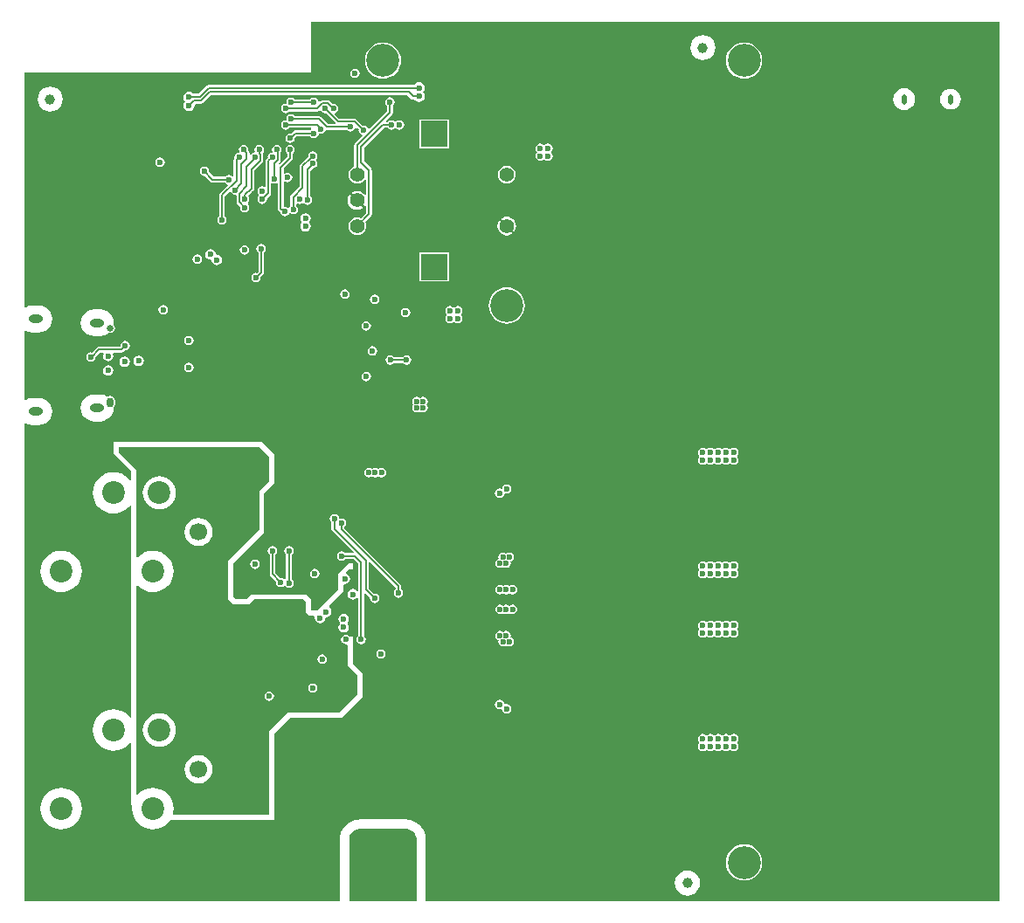
<source format=gbl>
G04*
G04 #@! TF.GenerationSoftware,Altium Limited,Altium Designer,19.0.10 (269)*
G04*
G04 Layer_Physical_Order=4*
G04 Layer_Color=16711680*
%FSLAX25Y25*%
%MOIN*%
G70*
G01*
G75*
%ADD15C,0.00591*%
%ADD116O,0.01772X0.03937*%
%ADD122C,0.03937*%
%ADD128O,0.02559X0.03740*%
%ADD129C,0.02559*%
%ADD130O,0.05512X0.03150*%
%ADD131R,0.10236X0.09843*%
%ADD132C,0.05512*%
%ADD133C,0.06693*%
%ADD134C,0.08661*%
%ADD135C,0.12598*%
%ADD136C,0.02362*%
%ADD137C,0.19685*%
G36*
X373012Y336595D02*
X373012Y1003D01*
X154164D01*
X154164Y24606D01*
X154164Y24606D01*
Y24607D01*
X154151Y24708D01*
X154159Y24810D01*
X154128Y25355D01*
X154081Y25599D01*
X154065Y25848D01*
X153945Y26451D01*
X153832Y26783D01*
X153741Y27122D01*
X153445Y27839D01*
X153269Y28142D01*
X153114Y28457D01*
X152683Y29102D01*
X152452Y29365D01*
X152239Y29643D01*
X151691Y30192D01*
X151412Y30405D01*
X151149Y30636D01*
X150504Y31067D01*
X150189Y31222D01*
X149886Y31398D01*
X149169Y31694D01*
X148831Y31785D01*
X148499Y31898D01*
X147738Y32049D01*
X147388Y32072D01*
X147040Y32117D01*
X146653Y32117D01*
X128937Y32117D01*
X128937Y32117D01*
X128549D01*
X128202Y32071D01*
X127852Y32048D01*
X127091Y31897D01*
X126760Y31784D01*
X126421Y31694D01*
X125704Y31397D01*
X125401Y31222D01*
X125087Y31067D01*
X124442Y30636D01*
X124178Y30405D01*
X123900Y30191D01*
X123352Y29643D01*
X123138Y29365D01*
X122907Y29101D01*
X122476Y28457D01*
X122321Y28142D01*
X122146Y27839D01*
X121850Y27122D01*
X121759Y26784D01*
X121646Y26452D01*
X121495Y25691D01*
X121472Y25342D01*
X121426Y24994D01*
X121426Y13780D01*
X121426Y1003D01*
X96457D01*
X96457Y27659D01*
Y28101D01*
X96457Y28543D01*
X96457Y29368D01*
X96457Y32390D01*
X96457Y64961D01*
X102362Y70866D01*
X122047Y70866D01*
X129921Y78740D01*
X129921Y87795D01*
X126378Y91339D01*
Y101969D01*
X124964D01*
X124899Y102065D01*
X124313Y102456D01*
X123622Y102594D01*
X122931Y102456D01*
X122345Y102065D01*
X121953Y101479D01*
X121816Y100787D01*
X121953Y100096D01*
X122345Y99510D01*
X122931Y99119D01*
X123622Y98981D01*
X123909Y99038D01*
X124409Y98628D01*
X124409Y90945D01*
X127953Y87402D01*
X127953Y79724D01*
X121063Y72835D01*
X101378D01*
X94488Y65945D01*
Y33858D01*
X57894D01*
X57596Y34260D01*
X57740Y34736D01*
X57892Y36279D01*
X57740Y37823D01*
X57290Y39307D01*
X56559Y40675D01*
X55575Y41874D01*
X54376Y42858D01*
X53008Y43589D01*
X51524Y44040D01*
X49980Y44192D01*
X48437Y44040D01*
X46953Y43589D01*
X45585Y42858D01*
X44386Y41874D01*
X44172Y41613D01*
X43701Y41782D01*
Y121328D01*
X44172Y121497D01*
X44386Y121236D01*
X45585Y120252D01*
X46953Y119521D01*
X48437Y119071D01*
X49980Y118919D01*
X51524Y119071D01*
X53008Y119521D01*
X54376Y120252D01*
X55575Y121236D01*
X56559Y122435D01*
X57290Y123803D01*
X57740Y125287D01*
X57892Y126831D01*
X57740Y128374D01*
X57290Y129859D01*
X56559Y131226D01*
X55575Y132425D01*
X54376Y133409D01*
X53008Y134141D01*
X51524Y134591D01*
X49980Y134743D01*
X48437Y134591D01*
X46953Y134141D01*
X45585Y133409D01*
X44386Y132425D01*
X44172Y132165D01*
X43701Y132333D01*
Y165748D01*
X37008Y172441D01*
X37008Y174213D01*
X89567Y174213D01*
X90551D01*
X94488Y170276D01*
Y161417D01*
X90551Y157480D01*
Y142717D01*
X78740Y130905D01*
Y116142D01*
X80709Y114173D01*
X86614D01*
X88583Y116142D01*
X107283Y116142D01*
X108268Y115157D01*
Y111221D01*
X109646Y109843D01*
X111419D01*
X111830Y109343D01*
X111773Y109055D01*
X111925Y108287D01*
X112360Y107636D01*
X113012Y107201D01*
X113779Y107048D01*
X114548Y107201D01*
X115199Y107636D01*
X115634Y108287D01*
X115787Y109055D01*
X115786Y109057D01*
X116031Y109302D01*
X116223Y109426D01*
X116910Y109563D01*
X117561Y109998D01*
X117996Y110649D01*
X118149Y111417D01*
X117996Y112185D01*
X117561Y112836D01*
X117277Y113026D01*
X117213Y113670D01*
X122835Y119291D01*
Y121693D01*
X123221Y122010D01*
X123228Y122008D01*
X123996Y122161D01*
X124647Y122596D01*
X125082Y123247D01*
X125235Y124015D01*
X125082Y124784D01*
X124647Y125435D01*
X123996Y125870D01*
X123780Y125913D01*
X123635Y126391D01*
X124803Y127559D01*
X126378Y127559D01*
Y129921D01*
X124803Y129921D01*
X120866Y125984D01*
X120866Y120079D01*
X112598Y111811D01*
X110236Y111811D01*
X110236Y116142D01*
X108268Y118110D01*
X87598Y118110D01*
X85630Y116142D01*
X81693D01*
X80709Y117126D01*
Y129921D01*
X92520Y141732D01*
Y156496D01*
X96457Y160433D01*
Y171260D01*
X91535Y176181D01*
X89567Y176181D01*
X35539Y176181D01*
X35433Y176181D01*
X35039Y176181D01*
Y175925D01*
X35039D01*
X35039Y171653D01*
X40896Y165797D01*
X41732Y164961D01*
Y161803D01*
X41232Y161625D01*
X40575Y162425D01*
X39376Y163409D01*
X38008Y164141D01*
X36524Y164591D01*
X34980Y164743D01*
X33437Y164591D01*
X31953Y164141D01*
X30585Y163409D01*
X29386Y162425D01*
X28402Y161226D01*
X27670Y159859D01*
X27220Y158374D01*
X27068Y156831D01*
X27220Y155287D01*
X27670Y153803D01*
X28402Y152435D01*
X29386Y151236D01*
X30585Y150252D01*
X31953Y149521D01*
X33437Y149071D01*
X34980Y148919D01*
X36524Y149071D01*
X38008Y149521D01*
X39376Y150252D01*
X40575Y151236D01*
X41232Y152037D01*
X41732Y151858D01*
Y71252D01*
X41232Y71073D01*
X40575Y71874D01*
X39376Y72858D01*
X38008Y73589D01*
X36524Y74040D01*
X34980Y74192D01*
X33437Y74040D01*
X31953Y73589D01*
X30585Y72858D01*
X29386Y71874D01*
X28402Y70675D01*
X27670Y69307D01*
X27220Y67823D01*
X27068Y66280D01*
X27220Y64736D01*
X27670Y63252D01*
X28402Y61884D01*
X29386Y60685D01*
X30585Y59701D01*
X31953Y58970D01*
X33437Y58519D01*
X34980Y58367D01*
X36524Y58519D01*
X38008Y58970D01*
X39376Y59701D01*
X40575Y60685D01*
X41232Y61486D01*
X41732Y61307D01*
Y37992D01*
X42192Y37533D01*
X42068Y36279D01*
X42220Y34736D01*
X42671Y33252D01*
X43402Y31884D01*
X44386Y30685D01*
X45585Y29701D01*
X46953Y28970D01*
X48437Y28519D01*
X49980Y28367D01*
X51524Y28519D01*
X53008Y28970D01*
X54376Y29701D01*
X55575Y30685D01*
X56559Y31884D01*
X56562Y31890D01*
X95957Y31890D01*
X96457Y31890D01*
X96457Y28505D01*
X96457Y28141D01*
X96457Y27188D01*
X96457Y1003D01*
X95957Y1003D01*
X1003D01*
Y183220D01*
X1452Y183441D01*
X1553Y183364D01*
X2798Y182848D01*
X4134Y182672D01*
X6496D01*
X7832Y182848D01*
X9077Y183364D01*
X10146Y184184D01*
X10967Y185254D01*
X11482Y186499D01*
X11658Y187835D01*
X11482Y189171D01*
X10967Y190416D01*
X10146Y191485D01*
X9077Y192305D01*
X7832Y192821D01*
X6496Y192997D01*
X4134D01*
X2798Y192821D01*
X1553Y192305D01*
X1452Y192228D01*
X1003Y192449D01*
Y218575D01*
X1452Y218796D01*
X1553Y218718D01*
X2798Y218203D01*
X4134Y218027D01*
X6496D01*
X7832Y218203D01*
X9077Y218718D01*
X10146Y219539D01*
X10967Y220608D01*
X11482Y221853D01*
X11658Y223189D01*
X11482Y224525D01*
X10967Y225770D01*
X10146Y226839D01*
X9077Y227660D01*
X7832Y228175D01*
X6496Y228351D01*
X4134D01*
X2798Y228175D01*
X1553Y227660D01*
X1452Y227582D01*
X1003Y227803D01*
Y317126D01*
X110236D01*
Y336595D01*
X373012Y336595D01*
D02*
G37*
G36*
X147802Y28392D02*
X148519Y28095D01*
X149163Y27665D01*
X149712Y27116D01*
X150143Y26471D01*
X150439Y25755D01*
X150559Y25151D01*
X150591Y24607D01*
Y24606D01*
X150591D01*
X150591Y24606D01*
X150591Y1003D01*
X125000D01*
X125000Y13780D01*
X125000Y24994D01*
X125151Y25755D01*
X125448Y26471D01*
X125879Y27116D01*
X126427Y27664D01*
X127072Y28095D01*
X127789Y28392D01*
X128549Y28543D01*
X128937D01*
X128937Y28543D01*
X146653Y28543D01*
X147041Y28543D01*
X147802Y28392D01*
D02*
G37*
%LPC*%
G36*
X259842Y331557D02*
X258604Y331394D01*
X257450Y330916D01*
X256459Y330155D01*
X255699Y329164D01*
X255221Y328010D01*
X255058Y326772D01*
X255221Y325533D01*
X255699Y324379D01*
X256459Y323388D01*
X257450Y322628D01*
X258604Y322150D01*
X259842Y321987D01*
X261081Y322150D01*
X262235Y322628D01*
X263226Y323388D01*
X263986Y324379D01*
X264464Y325533D01*
X264628Y326772D01*
X264464Y328010D01*
X263986Y329164D01*
X263226Y330155D01*
X262235Y330916D01*
X261081Y331394D01*
X259842Y331557D01*
D02*
G37*
G36*
X127165Y318736D02*
X126474Y318598D01*
X125888Y318206D01*
X125496Y317620D01*
X125359Y316929D01*
X125496Y316238D01*
X125888Y315652D01*
X126474Y315260D01*
X127165Y315123D01*
X127857Y315260D01*
X128443Y315652D01*
X128834Y316238D01*
X128972Y316929D01*
X128834Y317620D01*
X128443Y318206D01*
X127857Y318598D01*
X127165Y318736D01*
D02*
G37*
G36*
X275590Y328773D02*
X274240Y328641D01*
X272941Y328246D01*
X271744Y327607D01*
X270695Y326746D01*
X269834Y325697D01*
X269194Y324500D01*
X268800Y323201D01*
X268668Y321850D01*
X268800Y320500D01*
X269194Y319201D01*
X269834Y318004D01*
X270695Y316955D01*
X271744Y316094D01*
X272941Y315454D01*
X274240Y315060D01*
X275590Y314927D01*
X276941Y315060D01*
X278240Y315454D01*
X279437Y316094D01*
X280486Y316955D01*
X281347Y318004D01*
X281987Y319201D01*
X282381Y320500D01*
X282514Y321850D01*
X282381Y323201D01*
X281987Y324500D01*
X281347Y325697D01*
X280486Y326746D01*
X279437Y327607D01*
X278240Y328246D01*
X276941Y328641D01*
X275590Y328773D01*
D02*
G37*
G36*
X137795D02*
X136445Y328641D01*
X135146Y328246D01*
X133949Y327607D01*
X132900Y326746D01*
X132039Y325697D01*
X131399Y324500D01*
X131005Y323201D01*
X130872Y321850D01*
X131005Y320500D01*
X131399Y319201D01*
X132039Y318004D01*
X132900Y316955D01*
X133949Y316094D01*
X135146Y315454D01*
X136445Y315060D01*
X137795Y314927D01*
X139146Y315060D01*
X140445Y315454D01*
X141642Y316094D01*
X142691Y316955D01*
X143552Y318004D01*
X144191Y319201D01*
X144585Y320500D01*
X144718Y321850D01*
X144585Y323201D01*
X144191Y324500D01*
X143552Y325697D01*
X142691Y326746D01*
X141642Y327607D01*
X140445Y328246D01*
X139146Y328641D01*
X137795Y328773D01*
D02*
G37*
G36*
X151575Y313625D02*
X150730Y313456D01*
X150013Y312978D01*
X149842Y312721D01*
X71456D01*
X70957Y312622D01*
X70534Y312339D01*
X67373Y309179D01*
X65512D01*
X65341Y309435D01*
X64624Y309914D01*
X63779Y310082D01*
X62935Y309914D01*
X62218Y309435D01*
X61740Y308719D01*
X61572Y307874D01*
X61740Y307029D01*
X62218Y306313D01*
Y306286D01*
X61740Y305569D01*
X61572Y304724D01*
X61740Y303879D01*
X62218Y303163D01*
X62935Y302685D01*
X63779Y302517D01*
X64624Y302685D01*
X65341Y303163D01*
X65819Y303879D01*
X65987Y304724D01*
X65927Y305027D01*
X66288Y305388D01*
X68405D01*
X68905Y305488D01*
X69328Y305770D01*
X72096Y308538D01*
X147097D01*
X148291Y307345D01*
X148714Y307062D01*
X149213Y306962D01*
X149842D01*
X150013Y306706D01*
X150730Y306227D01*
X151575Y306059D01*
X152419Y306227D01*
X153136Y306706D01*
X153614Y307422D01*
X153782Y308267D01*
X153614Y309112D01*
X153401Y309431D01*
X153144Y309842D01*
X153401Y310252D01*
X153614Y310572D01*
X153782Y311417D01*
X153614Y312262D01*
X153136Y312978D01*
X152419Y313456D01*
X151575Y313625D01*
D02*
G37*
G36*
X354331Y311058D02*
X353303Y310922D01*
X352345Y310526D01*
X351523Y309894D01*
X350892Y309072D01*
X350495Y308114D01*
X350360Y307087D01*
X350495Y306059D01*
X350892Y305101D01*
X351523Y304279D01*
X352345Y303648D01*
X353303Y303251D01*
X354331Y303116D01*
X355359Y303251D01*
X356316Y303648D01*
X357139Y304279D01*
X357770Y305101D01*
X358166Y306059D01*
X358302Y307087D01*
X358166Y308114D01*
X357770Y309072D01*
X357139Y309894D01*
X356316Y310526D01*
X355359Y310922D01*
X354331Y311058D01*
D02*
G37*
G36*
X336614Y311256D02*
X335535Y311114D01*
X334529Y310698D01*
X333666Y310035D01*
X333003Y309171D01*
X332587Y308166D01*
X332445Y307087D01*
X332587Y306008D01*
X333003Y305002D01*
X333666Y304138D01*
X334529Y303476D01*
X335535Y303059D01*
X336614Y302917D01*
X337693Y303059D01*
X338699Y303476D01*
X339563Y304138D01*
X340225Y305002D01*
X340642Y306008D01*
X340784Y307087D01*
X340642Y308166D01*
X340225Y309171D01*
X339563Y310035D01*
X338699Y310698D01*
X337693Y311114D01*
X336614Y311256D01*
D02*
G37*
G36*
X10827Y311872D02*
X9588Y311709D01*
X8434Y311231D01*
X7443Y310470D01*
X6683Y309479D01*
X6205Y308325D01*
X6042Y307087D01*
X6205Y305848D01*
X6683Y304694D01*
X7443Y303703D01*
X8434Y302943D01*
X9588Y302465D01*
X10827Y302302D01*
X12065Y302465D01*
X13219Y302943D01*
X14210Y303703D01*
X14971Y304694D01*
X15449Y305848D01*
X15612Y307087D01*
X15449Y308325D01*
X14971Y309479D01*
X14210Y310470D01*
X13219Y311231D01*
X12065Y311709D01*
X10827Y311872D01*
D02*
G37*
G36*
X140500Y307806D02*
X139809Y307669D01*
X139223Y307277D01*
X138831Y306691D01*
X138694Y306000D01*
X138831Y305309D01*
X139223Y304723D01*
X139396Y304607D01*
Y302457D01*
X132562Y295623D01*
X132019Y295788D01*
X131984Y295967D01*
X131592Y296553D01*
X131006Y296944D01*
X130315Y297082D01*
X130110Y297041D01*
X127804Y299347D01*
X127446Y299587D01*
X127024Y299671D01*
X121182D01*
X119447Y301406D01*
X119514Y301628D01*
X119647Y301913D01*
X120175Y302266D01*
X120566Y302852D01*
X120704Y303543D01*
X120566Y304235D01*
X120175Y304821D01*
X119589Y305212D01*
X118898Y305350D01*
X118693Y305309D01*
X117611Y306391D01*
X117253Y306630D01*
X116831Y306714D01*
X114665D01*
X114243Y306630D01*
X113885Y306391D01*
X113678Y306184D01*
X113136Y306349D01*
X113086Y306597D01*
X112695Y307183D01*
X112109Y307574D01*
X111417Y307712D01*
X110726Y307574D01*
X110140Y307183D01*
X110024Y307009D01*
X104149D01*
X104033Y307183D01*
X103447Y307574D01*
X102756Y307712D01*
X102065Y307574D01*
X101479Y307183D01*
X101087Y306597D01*
X100950Y305906D01*
X101015Y305577D01*
X100787Y305350D01*
X100096Y305212D01*
X99510Y304821D01*
X99119Y304235D01*
X98981Y303543D01*
X99119Y302852D01*
X99510Y302266D01*
X100096Y301874D01*
X100787Y301737D01*
X101479Y301874D01*
X102065Y302266D01*
X102181Y302439D01*
X112598D01*
X113021Y302523D01*
X113379Y302763D01*
X113610Y302994D01*
X113833Y302927D01*
X114118Y302794D01*
X114471Y302266D01*
X115057Y301874D01*
X115748Y301737D01*
X115953Y301778D01*
X119626Y298104D01*
X119419Y297604D01*
X116957D01*
X114174Y300387D01*
X113816Y300626D01*
X113394Y300710D01*
X104149D01*
X104033Y300884D01*
X103447Y301275D01*
X102756Y301413D01*
X102065Y301275D01*
X101479Y300884D01*
X101087Y300298D01*
X100950Y299606D01*
X101015Y299278D01*
X100787Y299050D01*
X100096Y298913D01*
X99510Y298521D01*
X99119Y297935D01*
X98981Y297244D01*
X99119Y296553D01*
X99510Y295967D01*
X100096Y295575D01*
X100787Y295438D01*
X101479Y295575D01*
X102065Y295967D01*
X102181Y296140D01*
X110445D01*
X110502Y296059D01*
X110375Y295379D01*
X110223Y295277D01*
X110170Y295198D01*
X104331D01*
X103908Y295114D01*
X103550Y294875D01*
X102567Y293892D01*
X102362Y293932D01*
X101671Y293795D01*
X101085Y293403D01*
X100693Y292817D01*
X100556Y292126D01*
X100693Y291435D01*
X101085Y290849D01*
X101671Y290457D01*
X102362Y290320D01*
X103053Y290457D01*
X103639Y290849D01*
X104031Y291435D01*
X104169Y292126D01*
X104128Y292331D01*
X104788Y292991D01*
X110044D01*
X110223Y292723D01*
X110809Y292331D01*
X111500Y292194D01*
X112191Y292331D01*
X112777Y292723D01*
X113169Y293309D01*
X113223Y293580D01*
X113469Y293980D01*
X113766Y293943D01*
X114173Y293862D01*
X114864Y294000D01*
X115450Y294391D01*
X115842Y294977D01*
X115860Y295070D01*
X116437Y295409D01*
X116500Y295396D01*
X124107D01*
X124223Y295223D01*
X124809Y294831D01*
X125500Y294694D01*
X126191Y294831D01*
X126777Y295223D01*
X127169Y295809D01*
X127226Y296096D01*
X127769Y296261D01*
X128549Y295480D01*
X128509Y295276D01*
X128646Y294584D01*
X129038Y293998D01*
X129624Y293607D01*
X129803Y293571D01*
X129967Y293029D01*
X127172Y290233D01*
X126933Y289875D01*
X126849Y289453D01*
Y281511D01*
X126265Y281270D01*
X125566Y280733D01*
X125030Y280034D01*
X124692Y279220D01*
X124577Y278346D01*
X124692Y277473D01*
X125030Y276659D01*
X125566Y275960D01*
X126265Y275423D01*
X127079Y275086D01*
X127953Y274971D01*
X128826Y275086D01*
X129640Y275423D01*
X130340Y275960D01*
X130876Y276659D01*
X130896Y276708D01*
X131396Y276608D01*
Y270658D01*
X130896Y270489D01*
X130480Y271031D01*
X129740Y271599D01*
X128878Y271956D01*
X127953Y272078D01*
X127028Y271956D01*
X126166Y271599D01*
X125741Y271273D01*
X128231Y268782D01*
X130722Y266292D01*
X130896Y266519D01*
X131396Y266350D01*
Y263666D01*
X129410Y261680D01*
X128826Y261922D01*
X127953Y262037D01*
X127079Y261922D01*
X126265Y261584D01*
X125566Y261048D01*
X125030Y260349D01*
X124692Y259535D01*
X124577Y258661D01*
X124692Y257788D01*
X125030Y256974D01*
X125566Y256275D01*
X126265Y255738D01*
X127079Y255401D01*
X127953Y255286D01*
X128826Y255401D01*
X129640Y255738D01*
X130340Y256275D01*
X130876Y256974D01*
X131213Y257788D01*
X131328Y258661D01*
X131213Y259535D01*
X130971Y260119D01*
X133281Y262428D01*
X133520Y262786D01*
X133604Y263209D01*
Y280000D01*
X133520Y280422D01*
X133281Y280781D01*
X130604Y283457D01*
Y288492D01*
X138252Y296140D01*
X139552D01*
X139668Y295967D01*
X140254Y295575D01*
X140945Y295438D01*
X141636Y295575D01*
X142222Y295967D01*
X142270Y296038D01*
X142770D01*
X142817Y295967D01*
X143403Y295575D01*
X144095Y295438D01*
X144786Y295575D01*
X145372Y295967D01*
X145763Y296553D01*
X145901Y297244D01*
X145763Y297935D01*
X145372Y298521D01*
X144786Y298913D01*
X144095Y299050D01*
X143403Y298913D01*
X142817Y298521D01*
X142770Y298450D01*
X142270D01*
X142222Y298521D01*
X141636Y298913D01*
X140945Y299050D01*
X140254Y298913D01*
X139668Y298521D01*
X139552Y298348D01*
X139062D01*
X138871Y298810D01*
X141281Y301219D01*
X141520Y301578D01*
X141604Y302000D01*
Y304607D01*
X141777Y304723D01*
X142169Y305309D01*
X142306Y306000D01*
X142169Y306691D01*
X141777Y307277D01*
X141191Y307669D01*
X140500Y307806D01*
D02*
G37*
G36*
X200787Y290192D02*
X200096Y290055D01*
X199510Y289663D01*
X199112D01*
X198526Y290055D01*
X197835Y290192D01*
X197143Y290055D01*
X196557Y289663D01*
X196166Y289077D01*
X196028Y288386D01*
X196166Y287695D01*
X196557Y287109D01*
Y286710D01*
X196166Y286124D01*
X196028Y285433D01*
X196166Y284742D01*
X196557Y284156D01*
X197143Y283764D01*
X197835Y283627D01*
X198526Y283764D01*
X199112Y284156D01*
X199510D01*
X200096Y283764D01*
X200787Y283627D01*
X201479Y283764D01*
X202065Y284156D01*
X202456Y284742D01*
X202594Y285433D01*
X202456Y286124D01*
X202065Y286710D01*
Y287109D01*
X202456Y287695D01*
X202594Y288386D01*
X202456Y289077D01*
X202065Y289663D01*
X201479Y290055D01*
X200787Y290192D01*
D02*
G37*
G36*
X163189Y299410D02*
X151772D01*
Y288386D01*
X163189D01*
Y299410D01*
D02*
G37*
G36*
X102371Y289611D02*
X101680Y289473D01*
X101094Y289082D01*
X100703Y288496D01*
X100565Y287804D01*
X100703Y287113D01*
X101094Y286527D01*
X101258Y286417D01*
Y285103D01*
X98431Y282275D01*
X97909Y282461D01*
X97908Y282469D01*
X98517Y283078D01*
X98756Y283436D01*
X98840Y283858D01*
Y286994D01*
X98913Y287103D01*
X99050Y287795D01*
X98913Y288486D01*
X98521Y289072D01*
X97935Y289464D01*
X97244Y289601D01*
X96553Y289464D01*
X95967Y289072D01*
X95575Y288486D01*
X95438Y287795D01*
X95575Y287104D01*
X95208Y286753D01*
X94978Y286708D01*
X94392Y286316D01*
X94000Y285730D01*
X93863Y285039D01*
X93903Y284835D01*
X93314Y284245D01*
X93075Y283887D01*
X92991Y283465D01*
Y273867D01*
X92550Y273631D01*
X92423Y273716D01*
X91732Y273853D01*
X91041Y273716D01*
X90455Y273324D01*
X90063Y272738D01*
X89926Y272047D01*
X90063Y271355D01*
X90455Y270769D01*
X90526Y270722D01*
Y270222D01*
X90455Y270174D01*
X90063Y269588D01*
X89926Y268897D01*
X90063Y268206D01*
X90455Y267620D01*
X91041Y267228D01*
X91732Y267091D01*
X92423Y267228D01*
X93009Y267620D01*
X93401Y268206D01*
X93538Y268897D01*
X93498Y269102D01*
X94875Y270479D01*
X95114Y270837D01*
X95198Y271260D01*
Y274951D01*
X95639Y275187D01*
X95765Y275103D01*
X96457Y274965D01*
X97148Y275103D01*
X97274Y275187D01*
X97715Y274951D01*
Y265354D01*
X97799Y264931D01*
X98038Y264573D01*
X98624Y263987D01*
X98725Y263481D01*
X99116Y262895D01*
X99702Y262504D01*
X100393Y262366D01*
X101085Y262504D01*
X101671Y262895D01*
X101962Y263331D01*
X102092Y263481D01*
X102572Y263478D01*
X102852Y263291D01*
X103543Y263154D01*
X104234Y263291D01*
X104820Y263683D01*
X105212Y264269D01*
X105350Y264960D01*
X105212Y265651D01*
X104820Y266237D01*
X104647Y266353D01*
Y267077D01*
X105088Y267313D01*
X105214Y267229D01*
X105905Y267091D01*
X106597Y267229D01*
X107183Y267620D01*
X107649Y267418D01*
X107778Y267226D01*
X108364Y266834D01*
X109055Y266697D01*
X109746Y266834D01*
X110332Y267226D01*
X110724Y267812D01*
X110861Y268503D01*
X110724Y269195D01*
X110332Y269781D01*
X110061Y269962D01*
Y279759D01*
X110960Y280659D01*
X111024Y280646D01*
X111715Y280784D01*
X112301Y281175D01*
X112692Y281762D01*
X112830Y282453D01*
X112692Y283144D01*
X112301Y283730D01*
Y284156D01*
X112692Y284742D01*
X112830Y285433D01*
X112692Y286124D01*
X112301Y286710D01*
X111715Y287102D01*
X111024Y287239D01*
X110332Y287102D01*
X109746Y286710D01*
X109355Y286124D01*
X109217Y285433D01*
X109258Y285228D01*
X106306Y282277D01*
X106067Y281919D01*
X105983Y281496D01*
Y273686D01*
X102763Y270466D01*
X102524Y270108D01*
X102439Y269685D01*
Y266353D01*
X102266Y266237D01*
X101975Y265802D01*
X101845Y265651D01*
X101365Y265654D01*
X101085Y265842D01*
X100393Y265979D01*
X100309Y265962D01*
X99923Y266280D01*
Y275471D01*
X100423Y275739D01*
X100785Y275497D01*
X101476Y275359D01*
X102168Y275497D01*
X102754Y275888D01*
X103145Y276474D01*
X103283Y277165D01*
X103145Y277857D01*
X102754Y278443D01*
X102168Y278834D01*
X101476Y278972D01*
X100785Y278834D01*
X100423Y278592D01*
X99923Y278859D01*
Y280645D01*
X103143Y283865D01*
X103382Y284223D01*
X103466Y284646D01*
Y286405D01*
X103649Y286527D01*
X104040Y287113D01*
X104178Y287804D01*
X104040Y288496D01*
X103649Y289082D01*
X103063Y289473D01*
X102371Y289611D01*
D02*
G37*
G36*
X52756Y284877D02*
X52065Y284740D01*
X51479Y284348D01*
X51087Y283762D01*
X50950Y283071D01*
X51087Y282380D01*
X51479Y281794D01*
X52065Y281402D01*
X52756Y281264D01*
X53447Y281402D01*
X54033Y281794D01*
X54425Y282380D01*
X54562Y283071D01*
X54425Y283762D01*
X54033Y284348D01*
X53447Y284740D01*
X52756Y284877D01*
D02*
G37*
G36*
X84646Y289602D02*
X83954Y289464D01*
X83368Y289073D01*
X82977Y288487D01*
X82839Y287795D01*
X82945Y287266D01*
X82965Y287092D01*
X82624Y286732D01*
X82309Y286669D01*
X81723Y286277D01*
X81331Y285691D01*
X81194Y285000D01*
X81239Y284769D01*
X81109Y284639D01*
X80870Y284281D01*
X80786Y283858D01*
Y277926D01*
X80286Y277739D01*
X79825Y278047D01*
X79134Y278184D01*
X78443Y278047D01*
X77857Y277655D01*
X77741Y277482D01*
X73292D01*
X71451Y279323D01*
X71491Y279528D01*
X71354Y280219D01*
X70962Y280805D01*
X70376Y281196D01*
X69685Y281334D01*
X68994Y281196D01*
X68408Y280805D01*
X68016Y280219D01*
X67879Y279528D01*
X68016Y278836D01*
X68408Y278250D01*
X68994Y277859D01*
X69685Y277721D01*
X69890Y277762D01*
X72054Y275597D01*
X72412Y275358D01*
X72835Y275274D01*
X77741D01*
X77857Y275101D01*
X78385Y274748D01*
X78517Y274463D01*
X78585Y274240D01*
X75597Y271253D01*
X75358Y270895D01*
X75274Y270472D01*
Y262417D01*
X75101Y262301D01*
X74709Y261715D01*
X74572Y261024D01*
X74709Y260332D01*
X75101Y259746D01*
X75687Y259355D01*
X76378Y259217D01*
X77069Y259355D01*
X77655Y259746D01*
X78047Y260332D01*
X78184Y261024D01*
X78047Y261715D01*
X77655Y262301D01*
X77482Y262417D01*
Y270015D01*
X79359Y271892D01*
X79581Y271824D01*
X79866Y271692D01*
X80219Y271164D01*
X80805Y270772D01*
X81496Y270635D01*
X81869Y270329D01*
Y267815D01*
X81953Y267392D01*
X82192Y267034D01*
X83274Y265953D01*
X83233Y265748D01*
X83371Y265057D01*
X83762Y264471D01*
X84348Y264079D01*
X85039Y263942D01*
X85731Y264079D01*
X86317Y264471D01*
X86708Y265057D01*
X86846Y265748D01*
X86708Y266439D01*
X86320Y267021D01*
X86246Y267138D01*
Y267508D01*
X86320Y267625D01*
X86708Y268206D01*
X86846Y268898D01*
X86708Y269589D01*
X86317Y270175D01*
X86315Y270187D01*
X88379Y272251D01*
X88618Y272609D01*
X88702Y273031D01*
Y279661D01*
X91824Y282782D01*
X92063Y283141D01*
X92147Y283563D01*
Y285895D01*
X92063Y286318D01*
X91879Y286593D01*
X92220Y287103D01*
X92357Y287795D01*
X92220Y288486D01*
X91828Y289072D01*
X91242Y289464D01*
X90551Y289601D01*
X89860Y289464D01*
X89274Y289072D01*
X88882Y288486D01*
X88745Y287795D01*
X88882Y287104D01*
X88514Y286754D01*
X88285Y286708D01*
X87699Y286317D01*
X87431Y285915D01*
X86931Y286067D01*
Y286614D01*
X86847Y287037D01*
X86607Y287395D01*
X86411Y287591D01*
X86452Y287795D01*
X86314Y288487D01*
X85923Y289073D01*
X85337Y289464D01*
X84646Y289602D01*
D02*
G37*
G36*
X185039Y281722D02*
X184166Y281607D01*
X183352Y281270D01*
X182653Y280733D01*
X182116Y280034D01*
X181779Y279220D01*
X181664Y278346D01*
X181779Y277473D01*
X182116Y276659D01*
X182653Y275960D01*
X183352Y275423D01*
X184166Y275086D01*
X185039Y274971D01*
X185913Y275086D01*
X186727Y275423D01*
X187426Y275960D01*
X187962Y276659D01*
X188300Y277473D01*
X188415Y278346D01*
X188300Y279220D01*
X187962Y280034D01*
X187426Y280733D01*
X186727Y281270D01*
X185913Y281607D01*
X185039Y281722D01*
D02*
G37*
G36*
X125184Y270716D02*
X124858Y270291D01*
X124501Y269429D01*
X124379Y268504D01*
X124501Y267579D01*
X124858Y266717D01*
X125426Y265977D01*
X126166Y265409D01*
X127028Y265052D01*
X127953Y264930D01*
X128878Y265052D01*
X129740Y265409D01*
X130165Y265735D01*
X127674Y268226D01*
X125184Y270716D01*
D02*
G37*
G36*
X108268Y263582D02*
X107500Y263429D01*
X106849Y262994D01*
X106413Y262343D01*
X106261Y261575D01*
X106413Y260807D01*
X106849Y260156D01*
Y260041D01*
X106413Y259390D01*
X106261Y258622D01*
X106413Y257854D01*
X106849Y257203D01*
X107500Y256768D01*
X108268Y256615D01*
X109036Y256768D01*
X109687Y257203D01*
X110122Y257854D01*
X110275Y258622D01*
X110122Y259390D01*
X109687Y260041D01*
Y260156D01*
X110122Y260807D01*
X110275Y261575D01*
X110122Y262343D01*
X109687Y262994D01*
X109036Y263429D01*
X108268Y263582D01*
D02*
G37*
G36*
X185039Y262235D02*
X184114Y262113D01*
X183252Y261756D01*
X182827Y261430D01*
X185318Y258940D01*
X187808Y256449D01*
X188134Y256874D01*
X188491Y257736D01*
X188613Y258661D01*
X188491Y259586D01*
X188134Y260448D01*
X187566Y261189D01*
X186826Y261756D01*
X185964Y262113D01*
X185039Y262235D01*
D02*
G37*
G36*
X182271Y260874D02*
X181944Y260448D01*
X181587Y259586D01*
X181465Y258661D01*
X181587Y257736D01*
X181944Y256874D01*
X182512Y256134D01*
X183252Y255566D01*
X184114Y255209D01*
X185039Y255088D01*
X185964Y255209D01*
X186826Y255566D01*
X187251Y255893D01*
X184761Y258383D01*
X182271Y260874D01*
D02*
G37*
G36*
X85000Y251306D02*
X84309Y251169D01*
X83723Y250777D01*
X83331Y250191D01*
X83194Y249500D01*
X83331Y248809D01*
X83723Y248223D01*
X84309Y247831D01*
X85000Y247694D01*
X85691Y247831D01*
X86277Y248223D01*
X86669Y248809D01*
X86806Y249500D01*
X86669Y250191D01*
X86277Y250777D01*
X85691Y251169D01*
X85000Y251306D01*
D02*
G37*
G36*
X66929Y247869D02*
X66238Y247732D01*
X65652Y247340D01*
X65260Y246754D01*
X65123Y246063D01*
X65260Y245372D01*
X65652Y244786D01*
X66238Y244394D01*
X66929Y244257D01*
X67620Y244394D01*
X68206Y244786D01*
X68598Y245372D01*
X68735Y246063D01*
X68598Y246754D01*
X68206Y247340D01*
X67620Y247732D01*
X66929Y247869D01*
D02*
G37*
G36*
X72047Y249842D02*
X71279Y249689D01*
X70628Y249254D01*
X70193Y248603D01*
X70040Y247835D01*
X70193Y247067D01*
X70628Y246415D01*
X71279Y245980D01*
X72047Y245828D01*
X72475Y245403D01*
X72555Y245000D01*
X72990Y244349D01*
X73641Y243913D01*
X74410Y243761D01*
X75178Y243913D01*
X75829Y244349D01*
X76264Y245000D01*
X76416Y245768D01*
X76264Y246536D01*
X75829Y247187D01*
X75178Y247622D01*
X74410Y247775D01*
X73982Y248200D01*
X73901Y248603D01*
X73466Y249254D01*
X72815Y249689D01*
X72047Y249842D01*
D02*
G37*
G36*
X91339Y251806D02*
X90647Y251669D01*
X90061Y251277D01*
X89670Y250691D01*
X89532Y250000D01*
X89670Y249309D01*
X90061Y248723D01*
X90235Y248607D01*
Y241402D01*
X89575Y240742D01*
X89370Y240783D01*
X88679Y240645D01*
X88093Y240254D01*
X87701Y239668D01*
X87564Y238976D01*
X87701Y238285D01*
X88093Y237699D01*
X88679Y237308D01*
X89370Y237170D01*
X90061Y237308D01*
X90647Y237699D01*
X91039Y238285D01*
X91176Y238976D01*
X91136Y239181D01*
X92119Y240164D01*
X92358Y240522D01*
X92443Y240945D01*
Y248607D01*
X92616Y248723D01*
X93007Y249309D01*
X93145Y250000D01*
X93007Y250691D01*
X92616Y251277D01*
X92030Y251669D01*
X91339Y251806D01*
D02*
G37*
G36*
X163189Y248622D02*
X151772D01*
Y237598D01*
X163189D01*
Y248622D01*
D02*
G37*
G36*
X123228Y234484D02*
X122537Y234346D01*
X121951Y233955D01*
X121560Y233368D01*
X121422Y232677D01*
X121560Y231986D01*
X121951Y231400D01*
X122537Y231008D01*
X123228Y230871D01*
X123920Y231008D01*
X124506Y231400D01*
X124897Y231986D01*
X125035Y232677D01*
X124897Y233368D01*
X124506Y233955D01*
X123920Y234346D01*
X123228Y234484D01*
D02*
G37*
G36*
X134646Y232515D02*
X133954Y232378D01*
X133368Y231986D01*
X132977Y231400D01*
X132839Y230709D01*
X132977Y230017D01*
X133368Y229431D01*
X133954Y229040D01*
X134646Y228902D01*
X135337Y229040D01*
X135923Y229431D01*
X136314Y230017D01*
X136452Y230709D01*
X136314Y231400D01*
X135923Y231986D01*
X135337Y232378D01*
X134646Y232515D01*
D02*
G37*
G36*
X166339Y228184D02*
X165647Y228047D01*
X165202Y227749D01*
X164862Y227690D01*
X164523Y227749D01*
X164077Y228047D01*
X163386Y228184D01*
X162695Y228047D01*
X162109Y227655D01*
X161717Y227069D01*
X161580Y226378D01*
X161717Y225687D01*
X162015Y225241D01*
X162074Y224902D01*
X162015Y224562D01*
X161717Y224116D01*
X161580Y223425D01*
X161717Y222734D01*
X162109Y222148D01*
X162695Y221756D01*
X163386Y221619D01*
X164077Y221756D01*
X164523Y222054D01*
X164862Y222113D01*
X165202Y222054D01*
X165647Y221756D01*
X166339Y221619D01*
X167030Y221756D01*
X167616Y222148D01*
X168007Y222734D01*
X168145Y223425D01*
X168007Y224116D01*
X167710Y224562D01*
X167651Y224902D01*
X167710Y225241D01*
X168007Y225687D01*
X168145Y226378D01*
X168007Y227069D01*
X167616Y227655D01*
X167030Y228047D01*
X166339Y228184D01*
D02*
G37*
G36*
X53937Y228578D02*
X53246Y228440D01*
X52660Y228049D01*
X52268Y227463D01*
X52131Y226772D01*
X52268Y226080D01*
X52660Y225494D01*
X53246Y225103D01*
X53937Y224965D01*
X54628Y225103D01*
X55214Y225494D01*
X55606Y226080D01*
X55743Y226772D01*
X55606Y227463D01*
X55214Y228049D01*
X54628Y228440D01*
X53937Y228578D01*
D02*
G37*
G36*
X146457Y227397D02*
X145765Y227259D01*
X145179Y226868D01*
X144788Y226282D01*
X144650Y225590D01*
X144788Y224899D01*
X145179Y224313D01*
X145765Y223922D01*
X146457Y223784D01*
X147148Y223922D01*
X147734Y224313D01*
X148126Y224899D01*
X148263Y225590D01*
X148126Y226282D01*
X147734Y226868D01*
X147148Y227259D01*
X146457Y227397D01*
D02*
G37*
G36*
X185039Y235270D02*
X183689Y235137D01*
X182390Y234743D01*
X181193Y234103D01*
X180144Y233242D01*
X179283Y232193D01*
X178643Y230996D01*
X178249Y229697D01*
X178116Y228346D01*
X178249Y226996D01*
X178643Y225697D01*
X179283Y224500D01*
X180144Y223451D01*
X181193Y222590D01*
X182390Y221950D01*
X183689Y221556D01*
X185039Y221423D01*
X186390Y221556D01*
X187689Y221950D01*
X188886Y222590D01*
X189935Y223451D01*
X190796Y224500D01*
X191436Y225697D01*
X191829Y226996D01*
X191963Y228346D01*
X191829Y229697D01*
X191436Y230996D01*
X190796Y232193D01*
X189935Y233242D01*
X188886Y234103D01*
X187689Y234743D01*
X186390Y235137D01*
X185039Y235270D01*
D02*
G37*
G36*
X131496Y222279D02*
X130805Y222141D01*
X130219Y221750D01*
X129827Y221164D01*
X129690Y220472D01*
X129827Y219781D01*
X130219Y219195D01*
X130805Y218804D01*
X131496Y218666D01*
X132187Y218804D01*
X132773Y219195D01*
X133165Y219781D01*
X133302Y220472D01*
X133165Y221164D01*
X132773Y221750D01*
X132187Y222141D01*
X131496Y222279D01*
D02*
G37*
G36*
X29921Y226934D02*
X27559D01*
X26223Y226758D01*
X24978Y226242D01*
X23909Y225422D01*
X23088Y224353D01*
X22573Y223108D01*
X22397Y221772D01*
X22573Y220436D01*
X23088Y219191D01*
X23909Y218121D01*
X24978Y217301D01*
X26223Y216785D01*
X27559Y216609D01*
X29921D01*
X31257Y216785D01*
X32502Y217301D01*
X33235Y217863D01*
X33661Y217778D01*
X34391Y217923D01*
X35010Y218337D01*
X35423Y218955D01*
X35568Y219685D01*
X35423Y220415D01*
X35010Y221033D01*
X34988Y221048D01*
X35083Y221772D01*
X34908Y223108D01*
X34392Y224353D01*
X33571Y225422D01*
X32502Y226242D01*
X31257Y226758D01*
X29921Y226934D01*
D02*
G37*
G36*
X63779Y216767D02*
X63088Y216630D01*
X62502Y216238D01*
X62111Y215652D01*
X61973Y214961D01*
X62111Y214269D01*
X62502Y213683D01*
X63088Y213292D01*
X63779Y213154D01*
X64471Y213292D01*
X65057Y213683D01*
X65448Y214269D01*
X65586Y214961D01*
X65448Y215652D01*
X65057Y216238D01*
X64471Y216630D01*
X63779Y216767D01*
D02*
G37*
G36*
X39500Y214806D02*
X38809Y214669D01*
X38223Y214277D01*
X37831Y213691D01*
X37694Y213000D01*
X37307Y212604D01*
X29500D01*
X29078Y212520D01*
X28719Y212281D01*
X26819Y210380D01*
X26378Y210467D01*
X25687Y210330D01*
X25101Y209938D01*
X24709Y209352D01*
X24572Y208661D01*
X24709Y207970D01*
X25101Y207384D01*
X25687Y206992D01*
X26378Y206855D01*
X27069Y206992D01*
X27655Y207384D01*
X28047Y207970D01*
X28175Y208614D01*
X29957Y210396D01*
X31035D01*
X31271Y209955D01*
X31146Y209768D01*
X30993Y209000D01*
X31146Y208232D01*
X31581Y207581D01*
X32232Y207146D01*
X33000Y206993D01*
X33768Y207146D01*
X34419Y207581D01*
X34854Y208232D01*
X35007Y209000D01*
X34854Y209768D01*
X34729Y209955D01*
X34965Y210396D01*
X38000D01*
X38422Y210480D01*
X38781Y210719D01*
X39295Y211234D01*
X39500Y211194D01*
X40191Y211331D01*
X40777Y211723D01*
X41169Y212309D01*
X41306Y213000D01*
X41169Y213691D01*
X40777Y214277D01*
X40191Y214669D01*
X39500Y214806D01*
D02*
G37*
G36*
X133858Y212830D02*
X133167Y212692D01*
X132581Y212301D01*
X132189Y211715D01*
X132052Y211024D01*
X132189Y210332D01*
X132581Y209746D01*
X133167Y209355D01*
X133858Y209217D01*
X134549Y209355D01*
X135136Y209746D01*
X135527Y210332D01*
X135665Y211024D01*
X135527Y211715D01*
X135136Y212301D01*
X134549Y212692D01*
X133858Y212830D01*
D02*
G37*
G36*
X146850Y209287D02*
X146159Y209149D01*
X145573Y208758D01*
X145457Y208584D01*
X141944D01*
X141829Y208758D01*
X141242Y209149D01*
X140551Y209287D01*
X139860Y209149D01*
X139274Y208758D01*
X138882Y208172D01*
X138745Y207480D01*
X138882Y206789D01*
X139274Y206203D01*
X139860Y205812D01*
X140551Y205674D01*
X141242Y205812D01*
X141829Y206203D01*
X141944Y206376D01*
X145457D01*
X145573Y206203D01*
X146159Y205812D01*
X146850Y205674D01*
X147542Y205812D01*
X148128Y206203D01*
X148519Y206789D01*
X148657Y207480D01*
X148519Y208172D01*
X148128Y208758D01*
X147542Y209149D01*
X146850Y209287D01*
D02*
G37*
G36*
X44587Y209192D02*
X43819Y209039D01*
X43167Y208604D01*
X42732Y207953D01*
X42579Y207185D01*
X42732Y206417D01*
X43167Y205766D01*
X43819Y205331D01*
X44587Y205178D01*
X45355Y205331D01*
X46006Y205766D01*
X46441Y206417D01*
X46594Y207185D01*
X46441Y207953D01*
X46006Y208604D01*
X45355Y209039D01*
X44587Y209192D01*
D02*
G37*
G36*
X39209Y208798D02*
X38441Y208646D01*
X37790Y208210D01*
X37354Y207559D01*
X37202Y206791D01*
X37354Y206023D01*
X37790Y205372D01*
X38441Y204937D01*
X39209Y204784D01*
X39977Y204937D01*
X40628Y205372D01*
X41063Y206023D01*
X41216Y206791D01*
X41063Y207559D01*
X40628Y208210D01*
X39977Y208646D01*
X39209Y208798D01*
D02*
G37*
G36*
X63779Y206531D02*
X63088Y206393D01*
X62502Y206002D01*
X62111Y205416D01*
X61973Y204724D01*
X62111Y204033D01*
X62502Y203447D01*
X63088Y203056D01*
X63779Y202918D01*
X64471Y203056D01*
X65057Y203447D01*
X65448Y204033D01*
X65586Y204724D01*
X65448Y205416D01*
X65057Y206002D01*
X64471Y206393D01*
X63779Y206531D01*
D02*
G37*
G36*
X33000Y205507D02*
X32232Y205354D01*
X31581Y204919D01*
X31146Y204268D01*
X30993Y203500D01*
X31146Y202732D01*
X31581Y202081D01*
X32232Y201646D01*
X33000Y201493D01*
X33768Y201646D01*
X34419Y202081D01*
X34854Y202732D01*
X35007Y203500D01*
X34854Y204268D01*
X34419Y204919D01*
X33768Y205354D01*
X33000Y205507D01*
D02*
G37*
G36*
X131496Y202988D02*
X130805Y202850D01*
X130219Y202458D01*
X129827Y201872D01*
X129690Y201181D01*
X129827Y200490D01*
X130219Y199904D01*
X130805Y199512D01*
X131496Y199375D01*
X132187Y199512D01*
X132773Y199904D01*
X133165Y200490D01*
X133302Y201181D01*
X133165Y201872D01*
X132773Y202458D01*
X132187Y202850D01*
X131496Y202988D01*
D02*
G37*
G36*
X153150Y193539D02*
X152458Y193401D01*
X151969Y193074D01*
X151479Y193401D01*
X150787Y193539D01*
X150096Y193401D01*
X149510Y193010D01*
X149118Y192423D01*
X148981Y191732D01*
X149118Y191041D01*
X149446Y190551D01*
X149118Y190061D01*
X148981Y189370D01*
X149118Y188679D01*
X149510Y188093D01*
X150096Y187701D01*
X150787Y187564D01*
X151479Y187701D01*
X151969Y188029D01*
X152458Y187701D01*
X153150Y187564D01*
X153841Y187701D01*
X154427Y188093D01*
X154818Y188679D01*
X154956Y189370D01*
X154818Y190061D01*
X154491Y190551D01*
X154818Y191041D01*
X154956Y191732D01*
X154818Y192423D01*
X154427Y193010D01*
X153841Y193401D01*
X153150Y193539D01*
D02*
G37*
G36*
X29921Y194414D02*
X27559D01*
X26223Y194238D01*
X24978Y193723D01*
X23909Y192902D01*
X23088Y191833D01*
X22573Y190588D01*
X22397Y189252D01*
X22573Y187916D01*
X23088Y186671D01*
X23909Y185602D01*
X24978Y184781D01*
X26223Y184266D01*
X27559Y184090D01*
X29921D01*
X31257Y184266D01*
X32502Y184781D01*
X33571Y185602D01*
X34392Y186671D01*
X34908Y187916D01*
X35083Y189252D01*
X35055Y189468D01*
X35423Y190018D01*
X35568Y190748D01*
Y191929D01*
X35423Y192659D01*
X35010Y193277D01*
X34391Y193691D01*
X33661Y193836D01*
X32932Y193691D01*
X32724Y193552D01*
X32502Y193723D01*
X31257Y194238D01*
X29921Y194414D01*
D02*
G37*
G36*
X271654Y174050D02*
X270962Y173913D01*
X270517Y173615D01*
X270177Y173556D01*
X269838Y173615D01*
X269392Y173913D01*
X268701Y174050D01*
X268009Y173913D01*
X267424Y173521D01*
X267025D01*
X266439Y173913D01*
X265748Y174050D01*
X265057Y173913D01*
X264611Y173615D01*
X264272Y173556D01*
X263932Y173615D01*
X263487Y173913D01*
X262795Y174050D01*
X262104Y173913D01*
X261518Y173521D01*
X261120D01*
X260534Y173913D01*
X259842Y174050D01*
X259151Y173913D01*
X258565Y173521D01*
X258174Y172935D01*
X258036Y172244D01*
X258174Y171553D01*
X258471Y171107D01*
X258530Y170768D01*
X258471Y170428D01*
X258174Y169983D01*
X258036Y169291D01*
X258174Y168600D01*
X258565Y168014D01*
X259151Y167622D01*
X259842Y167485D01*
X260534Y167622D01*
X261120Y168014D01*
X261518D01*
X262104Y167622D01*
X262795Y167485D01*
X263487Y167622D01*
X263932Y167920D01*
X264272Y167979D01*
X264611Y167920D01*
X265057Y167622D01*
X265748Y167485D01*
X266439Y167622D01*
X267025Y168014D01*
X267424D01*
X268009Y167622D01*
X268701Y167485D01*
X269392Y167622D01*
X269838Y167920D01*
X270177Y167979D01*
X270517Y167920D01*
X270962Y167622D01*
X271654Y167485D01*
X272345Y167622D01*
X272931Y168014D01*
X273322Y168600D01*
X273460Y169291D01*
X273322Y169983D01*
X273025Y170428D01*
X272966Y170768D01*
X273025Y171107D01*
X273322Y171553D01*
X273460Y172244D01*
X273322Y172935D01*
X272931Y173521D01*
X272345Y173913D01*
X271654Y174050D01*
D02*
G37*
G36*
X137205Y166373D02*
X136513Y166236D01*
X136024Y165909D01*
X135534Y166236D01*
X134843Y166373D01*
X134151Y166236D01*
X133661Y165909D01*
X133172Y166236D01*
X132480Y166373D01*
X131789Y166236D01*
X131203Y165844D01*
X130812Y165258D01*
X130674Y164567D01*
X130812Y163876D01*
X131203Y163290D01*
X131789Y162898D01*
X132480Y162761D01*
X133172Y162898D01*
X133661Y163225D01*
X134151Y162898D01*
X134843Y162761D01*
X135534Y162898D01*
X136024Y163225D01*
X136513Y162898D01*
X137205Y162761D01*
X137896Y162898D01*
X138482Y163290D01*
X138874Y163876D01*
X139011Y164567D01*
X138874Y165258D01*
X138482Y165844D01*
X137896Y166236D01*
X137205Y166373D01*
D02*
G37*
G36*
X185039Y160074D02*
X184348Y159937D01*
X183762Y159545D01*
X183370Y158959D01*
X183325Y158729D01*
X182975Y158362D01*
X182283Y158499D01*
X181592Y158362D01*
X181006Y157970D01*
X180615Y157384D01*
X180477Y156693D01*
X180615Y156002D01*
X181006Y155416D01*
X181592Y155024D01*
X182283Y154887D01*
X182975Y155024D01*
X183561Y155416D01*
X183952Y156002D01*
X183998Y156231D01*
X184348Y156599D01*
X185039Y156461D01*
X185731Y156599D01*
X186317Y156990D01*
X186708Y157577D01*
X186846Y158268D01*
X186708Y158959D01*
X186317Y159545D01*
X185731Y159937D01*
X185039Y160074D01*
D02*
G37*
G36*
X52480Y163160D02*
X51245Y163039D01*
X50058Y162679D01*
X48964Y162094D01*
X48004Y161307D01*
X47217Y160347D01*
X46632Y159253D01*
X46272Y158066D01*
X46151Y156831D01*
X46272Y155596D01*
X46632Y154408D01*
X47217Y153314D01*
X48004Y152355D01*
X48964Y151568D01*
X50058Y150983D01*
X51245Y150623D01*
X52480Y150501D01*
X53715Y150623D01*
X54903Y150983D01*
X55997Y151568D01*
X56956Y152355D01*
X57743Y153314D01*
X58328Y154408D01*
X58688Y155596D01*
X58810Y156831D01*
X58688Y158066D01*
X58328Y159253D01*
X57743Y160347D01*
X56956Y161307D01*
X55997Y162094D01*
X54903Y162679D01*
X53715Y163039D01*
X52480Y163160D01*
D02*
G37*
G36*
X67500Y147192D02*
X66113Y147009D01*
X64820Y146473D01*
X63709Y145621D01*
X62857Y144511D01*
X62322Y143218D01*
X62139Y141831D01*
X62322Y140443D01*
X62857Y139150D01*
X63709Y138040D01*
X64820Y137188D01*
X66113Y136653D01*
X67500Y136470D01*
X68888Y136653D01*
X70180Y137188D01*
X71291Y138040D01*
X72143Y139150D01*
X72678Y140443D01*
X72861Y141831D01*
X72678Y143218D01*
X72143Y144511D01*
X71291Y145621D01*
X70180Y146473D01*
X68888Y147009D01*
X67500Y147192D01*
D02*
G37*
G36*
X119291Y148657D02*
X118600Y148519D01*
X118014Y148128D01*
X117622Y147542D01*
X117485Y146850D01*
X117622Y146159D01*
X118014Y145573D01*
X118187Y145457D01*
Y143057D01*
X118272Y142634D01*
X118511Y142276D01*
X126544Y134243D01*
X126353Y133781D01*
X123440D01*
X123325Y133955D01*
X122739Y134346D01*
X122047Y134484D01*
X121356Y134346D01*
X120770Y133955D01*
X120378Y133368D01*
X120241Y132677D01*
X120378Y131986D01*
X120770Y131400D01*
X121356Y131008D01*
X122047Y130871D01*
X122739Y131008D01*
X123325Y131400D01*
X123440Y131573D01*
X126708D01*
X128424Y129858D01*
Y119492D01*
X127924Y119340D01*
X127797Y119529D01*
X127146Y119965D01*
X126378Y120117D01*
X125610Y119965D01*
X124959Y119529D01*
X124524Y118878D01*
X124371Y118110D01*
X124524Y117342D01*
X124959Y116691D01*
X125610Y116256D01*
X126378Y116103D01*
X127146Y116256D01*
X127797Y116691D01*
X127924Y116880D01*
X128424Y116729D01*
Y102181D01*
X128250Y102065D01*
X127859Y101479D01*
X127721Y100787D01*
X127859Y100096D01*
X128250Y99510D01*
X128836Y99119D01*
X129528Y98981D01*
X130219Y99119D01*
X130805Y99510D01*
X131196Y100096D01*
X131334Y100787D01*
X131196Y101479D01*
X130805Y102065D01*
X130631Y102181D01*
Y118335D01*
X131093Y118527D01*
X132880Y116740D01*
X132839Y116535D01*
X132976Y115844D01*
X133368Y115258D01*
X133954Y114866D01*
X134645Y114729D01*
X135337Y114866D01*
X135923Y115258D01*
X136314Y115844D01*
X136452Y116535D01*
X136314Y117227D01*
X135923Y117813D01*
X135337Y118204D01*
X134645Y118342D01*
X134441Y118301D01*
X132403Y120339D01*
Y130236D01*
X132865Y130427D01*
X142597Y120695D01*
Y119897D01*
X142423Y119781D01*
X142032Y119195D01*
X141894Y118504D01*
X142032Y117813D01*
X142423Y117227D01*
X143009Y116835D01*
X143701Y116698D01*
X144392Y116835D01*
X144978Y117227D01*
X145370Y117813D01*
X145507Y118504D01*
X145370Y119195D01*
X144978Y119781D01*
X144805Y119897D01*
Y121153D01*
X144721Y121575D01*
X144481Y121933D01*
X123151Y143263D01*
Y143882D01*
X123325Y143998D01*
X123716Y144584D01*
X123854Y145276D01*
X123716Y145967D01*
X123325Y146553D01*
X122739Y146944D01*
X122047Y147082D01*
X121356Y146944D01*
X121006Y147312D01*
X120960Y147542D01*
X120569Y148128D01*
X119983Y148519D01*
X119291Y148657D01*
D02*
G37*
G36*
X186024Y134090D02*
X185332Y133952D01*
X184843Y133625D01*
X184353Y133952D01*
X183661Y134090D01*
X182970Y133952D01*
X182384Y133561D01*
X181993Y132975D01*
X181855Y132283D01*
X181985Y131629D01*
X181789Y131590D01*
X181203Y131199D01*
X180812Y130613D01*
X180674Y129921D01*
X180812Y129230D01*
X181203Y128644D01*
X181789Y128252D01*
X182480Y128115D01*
X183172Y128252D01*
X183661Y128580D01*
X184151Y128252D01*
X184843Y128115D01*
X185534Y128252D01*
X186120Y128644D01*
X186511Y129230D01*
X186649Y129921D01*
X186519Y130576D01*
X186715Y130615D01*
X187301Y131006D01*
X187692Y131592D01*
X187830Y132283D01*
X187692Y132975D01*
X187301Y133561D01*
X186715Y133952D01*
X186024Y134090D01*
D02*
G37*
G36*
X271654Y130743D02*
X270962Y130606D01*
X270517Y130308D01*
X270177Y130249D01*
X269838Y130308D01*
X269392Y130606D01*
X268701Y130743D01*
X268009Y130606D01*
X267424Y130214D01*
X267025D01*
X266439Y130606D01*
X265748Y130743D01*
X265057Y130606D01*
X264611Y130308D01*
X264272Y130249D01*
X263932Y130308D01*
X263487Y130606D01*
X262795Y130743D01*
X262104Y130606D01*
X261518Y130214D01*
X261120D01*
X260534Y130606D01*
X259842Y130743D01*
X259151Y130606D01*
X258565Y130214D01*
X258174Y129628D01*
X258036Y128937D01*
X258174Y128246D01*
X258471Y127800D01*
X258530Y127461D01*
X258471Y127121D01*
X258174Y126675D01*
X258036Y125984D01*
X258174Y125293D01*
X258565Y124707D01*
X259151Y124315D01*
X259842Y124178D01*
X260534Y124315D01*
X261120Y124707D01*
X261518D01*
X262104Y124315D01*
X262795Y124178D01*
X263487Y124315D01*
X263932Y124613D01*
X264272Y124672D01*
X264611Y124613D01*
X265057Y124315D01*
X265748Y124178D01*
X266439Y124315D01*
X267025Y124707D01*
X267424D01*
X268009Y124315D01*
X268701Y124178D01*
X269392Y124315D01*
X269838Y124613D01*
X270177Y124672D01*
X270517Y124613D01*
X270962Y124315D01*
X271654Y124178D01*
X272345Y124315D01*
X272931Y124707D01*
X273322Y125293D01*
X273460Y125984D01*
X273322Y126675D01*
X273025Y127121D01*
X272966Y127461D01*
X273025Y127800D01*
X273322Y128246D01*
X273460Y128937D01*
X273322Y129628D01*
X272931Y130214D01*
X272345Y130606D01*
X271654Y130743D01*
D02*
G37*
G36*
X88976Y131334D02*
X88285Y131196D01*
X87699Y130805D01*
X87308Y130219D01*
X87170Y129528D01*
X87308Y128836D01*
X87699Y128250D01*
X88285Y127859D01*
X88976Y127721D01*
X89668Y127859D01*
X90254Y128250D01*
X90645Y128836D01*
X90783Y129528D01*
X90645Y130219D01*
X90254Y130805D01*
X89668Y131196D01*
X88976Y131334D01*
D02*
G37*
G36*
X111811Y127791D02*
X111120Y127653D01*
X110534Y127261D01*
X110142Y126675D01*
X110005Y125984D01*
X110142Y125293D01*
X110534Y124707D01*
X111120Y124315D01*
X111811Y124178D01*
X112502Y124315D01*
X113088Y124707D01*
X113480Y125293D01*
X113617Y125984D01*
X113480Y126675D01*
X113088Y127261D01*
X112502Y127653D01*
X111811Y127791D01*
D02*
G37*
G36*
X101968Y136452D02*
X101277Y136314D01*
X100691Y135923D01*
X100299Y135337D01*
X100162Y134645D01*
X100299Y133954D01*
X100691Y133368D01*
X100864Y133252D01*
Y124279D01*
X100625Y124048D01*
X100132Y123915D01*
X99546Y124307D01*
X98854Y124444D01*
X98656Y124405D01*
X96773Y126288D01*
Y133252D01*
X96946Y133368D01*
X97338Y133954D01*
X97475Y134645D01*
X97338Y135337D01*
X96946Y135923D01*
X96360Y136314D01*
X95669Y136452D01*
X94978Y136314D01*
X94392Y135923D01*
X94000Y135337D01*
X93863Y134645D01*
X94000Y133954D01*
X94392Y133368D01*
X94565Y133252D01*
Y125831D01*
X94649Y125408D01*
X94889Y125050D01*
X97090Y122849D01*
X97048Y122638D01*
X97185Y121947D01*
X97577Y121361D01*
X98163Y120969D01*
X98854Y120831D01*
X99546Y120969D01*
X100012Y121280D01*
X100621Y121268D01*
X100691Y121163D01*
X101277Y120772D01*
X101968Y120634D01*
X102660Y120772D01*
X103246Y121163D01*
X103637Y121749D01*
X103775Y122441D01*
X103637Y123132D01*
X103246Y123718D01*
X103072Y123834D01*
Y133252D01*
X103246Y133368D01*
X103637Y133954D01*
X103775Y134645D01*
X103637Y135337D01*
X103246Y135923D01*
X102660Y136314D01*
X101968Y136452D01*
D02*
G37*
G36*
X187205Y121688D02*
X186513Y121551D01*
X186024Y121223D01*
X185534Y121551D01*
X184843Y121688D01*
X184151Y121551D01*
X183661Y121223D01*
X183172Y121551D01*
X182480Y121688D01*
X181789Y121551D01*
X181203Y121159D01*
X180812Y120573D01*
X180674Y119882D01*
X180812Y119191D01*
X181203Y118605D01*
X181789Y118213D01*
X182480Y118076D01*
X183172Y118213D01*
X183661Y118540D01*
X184151Y118213D01*
X184843Y118076D01*
X185534Y118213D01*
X186024Y118540D01*
X186513Y118213D01*
X187205Y118076D01*
X187896Y118213D01*
X188482Y118605D01*
X188874Y119191D01*
X189011Y119882D01*
X188874Y120573D01*
X188482Y121159D01*
X187896Y121551D01*
X187205Y121688D01*
D02*
G37*
G36*
X14980Y134743D02*
X13437Y134591D01*
X11953Y134141D01*
X10585Y133409D01*
X9386Y132425D01*
X8402Y131226D01*
X7671Y129859D01*
X7220Y128374D01*
X7068Y126831D01*
X7220Y125287D01*
X7671Y123803D01*
X8402Y122435D01*
X9386Y121236D01*
X10585Y120252D01*
X11953Y119521D01*
X13437Y119071D01*
X14980Y118919D01*
X16524Y119071D01*
X18008Y119521D01*
X19376Y120252D01*
X20575Y121236D01*
X21559Y122435D01*
X22290Y123803D01*
X22740Y125287D01*
X22892Y126831D01*
X22740Y128374D01*
X22290Y129859D01*
X21559Y131226D01*
X20575Y132425D01*
X19376Y133409D01*
X18008Y134141D01*
X16524Y134591D01*
X14980Y134743D01*
D02*
G37*
G36*
X187205Y114208D02*
X186513Y114070D01*
X186024Y113743D01*
X185534Y114070D01*
X184843Y114208D01*
X184151Y114070D01*
X183661Y113743D01*
X183172Y114070D01*
X182480Y114208D01*
X181789Y114070D01*
X181203Y113679D01*
X180812Y113093D01*
X180674Y112402D01*
X180812Y111710D01*
X181203Y111124D01*
X181789Y110733D01*
X182480Y110595D01*
X183172Y110733D01*
X183661Y111060D01*
X184151Y110733D01*
X184843Y110595D01*
X185534Y110733D01*
X186024Y111060D01*
X186513Y110733D01*
X187205Y110595D01*
X187896Y110733D01*
X188482Y111124D01*
X188874Y111710D01*
X189011Y112402D01*
X188874Y113093D01*
X188482Y113679D01*
X187896Y114070D01*
X187205Y114208D01*
D02*
G37*
G36*
X271654Y108106D02*
X270962Y107968D01*
X270376Y107577D01*
X269978D01*
X269392Y107968D01*
X268701Y108106D01*
X268009Y107968D01*
X267564Y107670D01*
X267224Y107611D01*
X266885Y107670D01*
X266439Y107968D01*
X265748Y108106D01*
X265057Y107968D01*
X264471Y107577D01*
X264073D01*
X263487Y107968D01*
X262795Y108106D01*
X262104Y107968D01*
X261658Y107670D01*
X261319Y107611D01*
X260979Y107670D01*
X260534Y107968D01*
X259842Y108106D01*
X259151Y107968D01*
X258565Y107577D01*
X258174Y106991D01*
X258036Y106299D01*
X258174Y105608D01*
X258471Y105162D01*
X258530Y104823D01*
X258471Y104483D01*
X258174Y104038D01*
X258036Y103347D01*
X258174Y102655D01*
X258565Y102069D01*
X259151Y101678D01*
X259842Y101540D01*
X260534Y101678D01*
X260979Y101975D01*
X261319Y102034D01*
X261658Y101975D01*
X262104Y101678D01*
X262795Y101540D01*
X263487Y101678D01*
X264073Y102069D01*
X264471D01*
X265057Y101678D01*
X265748Y101540D01*
X266439Y101678D01*
X266885Y101975D01*
X267224Y102034D01*
X267564Y101975D01*
X268009Y101678D01*
X268701Y101540D01*
X269392Y101678D01*
X269978Y102069D01*
X270376D01*
X270962Y101678D01*
X271654Y101540D01*
X272345Y101678D01*
X272931Y102069D01*
X273322Y102655D01*
X273460Y103347D01*
X273322Y104038D01*
X273025Y104483D01*
X272966Y104823D01*
X273025Y105162D01*
X273322Y105608D01*
X273460Y106299D01*
X273322Y106991D01*
X272931Y107577D01*
X272345Y107968D01*
X271654Y108106D01*
D02*
G37*
G36*
X184843Y104169D02*
X184151Y104031D01*
X183661Y103704D01*
X183172Y104031D01*
X182480Y104169D01*
X181789Y104031D01*
X181203Y103639D01*
X180812Y103053D01*
X180674Y102362D01*
X180812Y101671D01*
X181203Y101085D01*
X181789Y100693D01*
X181985Y100654D01*
X181855Y100000D01*
X181993Y99309D01*
X182384Y98723D01*
X182970Y98331D01*
X183661Y98194D01*
X184353Y98331D01*
X184843Y98658D01*
X185332Y98331D01*
X186024Y98194D01*
X186715Y98331D01*
X187301Y98723D01*
X187692Y99309D01*
X187830Y100000D01*
X187692Y100691D01*
X187301Y101277D01*
X186715Y101669D01*
X186519Y101708D01*
X186649Y102362D01*
X186511Y103053D01*
X186120Y103639D01*
X185534Y104031D01*
X184843Y104169D01*
D02*
G37*
G36*
X122834Y110668D02*
X122066Y110515D01*
X121415Y110080D01*
X120980Y109429D01*
X120827Y108661D01*
X120980Y107893D01*
X121281Y107443D01*
X121374Y107087D01*
X121281Y106730D01*
X120980Y106280D01*
X120828Y105512D01*
X120980Y104744D01*
X121415Y104093D01*
X122067Y103657D01*
X122835Y103505D01*
X123603Y103657D01*
X124254Y104093D01*
X124689Y104744D01*
X124842Y105512D01*
X124689Y106280D01*
X124388Y106730D01*
X124294Y107086D01*
X124388Y107443D01*
X124689Y107893D01*
X124841Y108661D01*
X124689Y109429D01*
X124254Y110080D01*
X123602Y110515D01*
X122834Y110668D01*
D02*
G37*
G36*
X137008Y97082D02*
X136317Y96944D01*
X135731Y96553D01*
X135339Y95967D01*
X135202Y95276D01*
X135339Y94584D01*
X135731Y93998D01*
X136317Y93607D01*
X137008Y93469D01*
X137699Y93607D01*
X138285Y93998D01*
X138677Y94584D01*
X138814Y95276D01*
X138677Y95967D01*
X138285Y96553D01*
X137699Y96944D01*
X137008Y97082D01*
D02*
G37*
G36*
X114567Y95113D02*
X113876Y94976D01*
X113290Y94584D01*
X112898Y93998D01*
X112761Y93307D01*
X112898Y92616D01*
X113290Y92030D01*
X113876Y91638D01*
X114567Y91501D01*
X115258Y91638D01*
X115844Y92030D01*
X116236Y92616D01*
X116373Y93307D01*
X116236Y93998D01*
X115844Y94584D01*
X115258Y94976D01*
X114567Y95113D01*
D02*
G37*
G36*
X111024Y84090D02*
X110332Y83952D01*
X109746Y83561D01*
X109355Y82975D01*
X109217Y82284D01*
X109355Y81592D01*
X109746Y81006D01*
X110332Y80615D01*
X111024Y80477D01*
X111715Y80615D01*
X112301Y81006D01*
X112692Y81592D01*
X112830Y82284D01*
X112692Y82975D01*
X112301Y83561D01*
X111715Y83952D01*
X111024Y84090D01*
D02*
G37*
G36*
X94500Y80956D02*
X93809Y80818D01*
X93223Y80427D01*
X92831Y79841D01*
X92694Y79150D01*
X92831Y78458D01*
X93223Y77872D01*
X93809Y77481D01*
X94500Y77343D01*
X95191Y77481D01*
X95777Y77872D01*
X96169Y78458D01*
X96306Y79150D01*
X96169Y79841D01*
X95777Y80427D01*
X95191Y80818D01*
X94500Y80956D01*
D02*
G37*
G36*
X182283Y77790D02*
X181592Y77653D01*
X181006Y77261D01*
X180614Y76675D01*
X180477Y75984D01*
X180614Y75293D01*
X181006Y74707D01*
X181592Y74315D01*
X182283Y74178D01*
X182974Y74315D01*
X183325Y73948D01*
X183370Y73718D01*
X183762Y73132D01*
X184348Y72741D01*
X185039Y72603D01*
X185731Y72741D01*
X186317Y73132D01*
X186708Y73718D01*
X186846Y74410D01*
X186708Y75101D01*
X186317Y75687D01*
X185731Y76078D01*
X185039Y76216D01*
X184348Y76078D01*
X183998Y76446D01*
X183952Y76675D01*
X183560Y77261D01*
X182974Y77653D01*
X182283Y77790D01*
D02*
G37*
G36*
X271654Y64798D02*
X270962Y64661D01*
X270517Y64363D01*
X270177Y64304D01*
X269838Y64363D01*
X269392Y64661D01*
X268701Y64798D01*
X268009Y64661D01*
X267564Y64363D01*
X267224Y64304D01*
X266885Y64363D01*
X266439Y64661D01*
X265748Y64798D01*
X265057Y64661D01*
X264611Y64363D01*
X264272Y64304D01*
X263932Y64363D01*
X263487Y64661D01*
X262795Y64798D01*
X262104Y64661D01*
X261658Y64363D01*
X261319Y64304D01*
X260979Y64363D01*
X260534Y64661D01*
X259842Y64798D01*
X259151Y64661D01*
X258565Y64269D01*
X258174Y63683D01*
X258036Y62992D01*
X258174Y62301D01*
X258471Y61855D01*
X258530Y61516D01*
X258471Y61176D01*
X258174Y60731D01*
X258036Y60039D01*
X258174Y59348D01*
X258565Y58762D01*
X259151Y58371D01*
X259842Y58233D01*
X260534Y58371D01*
X260979Y58668D01*
X261319Y58727D01*
X261658Y58668D01*
X262104Y58371D01*
X262795Y58233D01*
X263487Y58371D01*
X263932Y58668D01*
X264272Y58727D01*
X264611Y58668D01*
X265057Y58371D01*
X265748Y58233D01*
X266439Y58371D01*
X266885Y58668D01*
X267224Y58727D01*
X267564Y58668D01*
X268009Y58371D01*
X268701Y58233D01*
X269392Y58371D01*
X269838Y58668D01*
X270177Y58727D01*
X270517Y58668D01*
X270962Y58371D01*
X271654Y58233D01*
X272345Y58371D01*
X272931Y58762D01*
X273322Y59348D01*
X273460Y60039D01*
X273322Y60731D01*
X273025Y61176D01*
X272966Y61516D01*
X273025Y61855D01*
X273322Y62301D01*
X273460Y62992D01*
X273322Y63683D01*
X272931Y64269D01*
X272345Y64661D01*
X271654Y64798D01*
D02*
G37*
G36*
X52480Y72609D02*
X51245Y72488D01*
X50058Y72127D01*
X48964Y71543D01*
X48004Y70755D01*
X47217Y69796D01*
X46632Y68702D01*
X46272Y67514D01*
X46151Y66280D01*
X46272Y65045D01*
X46632Y63857D01*
X47217Y62763D01*
X48004Y61804D01*
X48964Y61017D01*
X50058Y60432D01*
X51245Y60071D01*
X52480Y59950D01*
X53715Y60071D01*
X54903Y60432D01*
X55997Y61017D01*
X56956Y61804D01*
X57743Y62763D01*
X58328Y63857D01*
X58688Y65045D01*
X58810Y66280D01*
X58688Y67514D01*
X58328Y68702D01*
X57743Y69796D01*
X56956Y70755D01*
X55997Y71543D01*
X54903Y72127D01*
X53715Y72488D01*
X52480Y72609D01*
D02*
G37*
G36*
X67500Y56640D02*
X66113Y56458D01*
X64820Y55922D01*
X63709Y55070D01*
X62857Y53960D01*
X62322Y52667D01*
X62139Y51279D01*
X62322Y49892D01*
X62857Y48599D01*
X63709Y47489D01*
X64820Y46637D01*
X66113Y46101D01*
X67500Y45919D01*
X68888Y46101D01*
X70180Y46637D01*
X71291Y47489D01*
X72143Y48599D01*
X72678Y49892D01*
X72861Y51279D01*
X72678Y52667D01*
X72143Y53960D01*
X71291Y55070D01*
X70180Y55922D01*
X68888Y56458D01*
X67500Y56640D01*
D02*
G37*
G36*
X14980Y44192D02*
X13437Y44040D01*
X11953Y43589D01*
X10585Y42858D01*
X9386Y41874D01*
X8402Y40675D01*
X7671Y39307D01*
X7220Y37823D01*
X7068Y36279D01*
X7220Y34736D01*
X7671Y33252D01*
X8402Y31884D01*
X9386Y30685D01*
X10585Y29701D01*
X11953Y28970D01*
X13437Y28519D01*
X14980Y28367D01*
X16524Y28519D01*
X18008Y28970D01*
X19376Y29701D01*
X20575Y30685D01*
X21559Y31884D01*
X22290Y33252D01*
X22740Y34736D01*
X22892Y36279D01*
X22740Y37823D01*
X22290Y39307D01*
X21559Y40675D01*
X20575Y41874D01*
X19376Y42858D01*
X18008Y43589D01*
X16524Y44040D01*
X14980Y44192D01*
D02*
G37*
G36*
X275590Y22671D02*
X274240Y22538D01*
X272941Y22144D01*
X271744Y21504D01*
X270695Y20643D01*
X269834Y19594D01*
X269194Y18397D01*
X268800Y17099D01*
X268668Y15748D01*
X268800Y14397D01*
X269194Y13099D01*
X269834Y11902D01*
X270695Y10853D01*
X271744Y9992D01*
X272941Y9352D01*
X274240Y8958D01*
X275590Y8825D01*
X276941Y8958D01*
X278240Y9352D01*
X279437Y9992D01*
X280486Y10853D01*
X281347Y11902D01*
X281987Y13099D01*
X282381Y14397D01*
X282514Y15748D01*
X282381Y17099D01*
X281987Y18397D01*
X281347Y19594D01*
X280486Y20643D01*
X279437Y21504D01*
X278240Y22144D01*
X276941Y22538D01*
X275590Y22671D01*
D02*
G37*
G36*
X253937Y12659D02*
X252698Y12496D01*
X251544Y12018D01*
X250553Y11258D01*
X249793Y10266D01*
X249315Y9112D01*
X249152Y7874D01*
X249315Y6636D01*
X249793Y5482D01*
X250553Y4490D01*
X251544Y3730D01*
X252698Y3252D01*
X253937Y3089D01*
X255175Y3252D01*
X256329Y3730D01*
X257320Y4490D01*
X258081Y5482D01*
X258559Y6636D01*
X258722Y7874D01*
X258559Y9112D01*
X258081Y10266D01*
X257320Y11258D01*
X256329Y12018D01*
X255175Y12496D01*
X253937Y12659D01*
D02*
G37*
%LPD*%
D15*
X97736Y283858D02*
Y287697D01*
X97638Y287795D02*
X97736Y287697D01*
X97244Y287795D02*
X97638D01*
X95669Y285039D02*
X95669D01*
X94095Y283465D02*
X95669Y285039D01*
X94095Y271260D02*
Y283465D01*
X90551Y287795D02*
X90551Y287794D01*
Y286388D02*
Y287794D01*
Y286388D02*
X91043Y285895D01*
X67913Y307874D02*
X71456Y311417D01*
X151575D01*
X91043Y283563D02*
Y285895D01*
X147638Y309842D02*
X149213Y308267D01*
X71555Y309842D02*
X147638D01*
X68405Y306693D02*
X71555Y309842D01*
X87598Y280118D02*
X91043Y283563D01*
X98819Y281102D02*
X102362Y284646D01*
X98819Y265354D02*
Y281102D01*
Y265354D02*
X100000Y264173D01*
X111024Y282283D02*
Y282453D01*
X108957Y280217D02*
X111024Y282283D01*
X108957Y268602D02*
Y280217D01*
X107087Y281496D02*
X110236Y284646D01*
X107087Y273228D02*
Y281496D01*
X103543Y269685D02*
X107087Y273228D01*
X103543Y264960D02*
Y269685D01*
X108957Y268602D02*
X109055Y268503D01*
X85039Y270472D02*
X87598Y273031D01*
X85039Y268898D02*
Y270472D01*
X87598Y273031D02*
Y280118D01*
X88976Y284476D02*
Y285039D01*
X85827Y281327D02*
X88976Y284476D01*
X85827Y273849D02*
Y281327D01*
X82972Y270994D02*
X85827Y273849D01*
X82972Y267815D02*
Y270994D01*
Y267815D02*
X85039Y265748D01*
X81496Y272441D02*
X83858Y274803D01*
Y282283D01*
X76378Y270472D02*
X81890Y275984D01*
X76378Y261024D02*
Y270472D01*
X81890Y275984D02*
Y283858D01*
X83071Y285039D01*
X72835Y276378D02*
X79134D01*
X69685Y279528D02*
X72835Y276378D01*
X140551Y207480D02*
X146850D01*
X119291Y143057D02*
X131299Y131049D01*
X119291Y143057D02*
Y146850D01*
X143701Y118504D02*
Y121153D01*
X122047Y142806D02*
X143701Y121153D01*
X122047Y142806D02*
Y144488D01*
X131299Y119882D02*
Y131049D01*
X129528Y100787D02*
Y130315D01*
X127165Y132677D02*
X129528Y130315D01*
X122047Y132677D02*
X127165D01*
X83858Y282283D02*
X85827Y284252D01*
Y286614D01*
X84674Y287767D02*
X85827Y286614D01*
X84674Y287767D02*
Y287767D01*
X95669Y134645D02*
X95669Y134645D01*
Y125831D02*
Y134645D01*
Y125831D02*
X98854Y122646D01*
X101968Y122441D02*
Y134645D01*
X149213Y308267D02*
X151575D01*
X65748Y306693D02*
X68405D01*
X63779Y304724D02*
X65748Y306693D01*
X63779Y307874D02*
X67913D01*
X98854Y122638D02*
Y122646D01*
X137795Y297244D02*
X140945D01*
X120724Y298567D02*
X127024D01*
X130315Y295276D01*
X115748Y303543D02*
X120724Y298567D01*
X127953Y289453D02*
X140500Y302000D01*
X127953Y278346D02*
Y289453D01*
X140500Y302000D02*
Y306000D01*
X116500Y296500D02*
X125500D01*
X113394Y299606D02*
X116500Y296500D01*
X118504Y303937D02*
X118898D01*
X102756Y305906D02*
X111417D01*
X100787Y303543D02*
X112598D01*
X114665Y305610D01*
X116831D02*
X118504Y303937D01*
X114665Y305610D02*
X116831D01*
X131299Y119882D02*
X134646Y116535D01*
X91732Y268897D02*
X94095Y271260D01*
X91732Y268897D02*
Y268897D01*
X111406Y294094D02*
X111500Y294000D01*
X104331Y294094D02*
X111406D01*
X102621Y292385D02*
X104331Y294094D01*
X102756Y299528D02*
Y299606D01*
X112756Y297244D02*
X114173Y295827D01*
X100787Y297244D02*
X112756D01*
X103772Y299606D02*
X113394D01*
X114173Y295669D02*
Y295827D01*
X103543Y264960D02*
X103543Y264960D01*
X102362Y284646D02*
Y287138D01*
X102371Y287147D01*
X96457Y282579D02*
X97736Y283858D01*
X84646Y287795D02*
X84674Y287767D01*
X100000Y264173D02*
X100393D01*
X26378Y208661D02*
X26661D01*
X29500Y211500D01*
X96457Y276772D02*
Y282579D01*
X100787Y296765D02*
Y297244D01*
X102371Y287147D02*
Y287804D01*
X102362Y299134D02*
X102756Y299528D01*
X89370Y238976D02*
X91339Y240945D01*
Y250000D01*
X129500Y288949D02*
X137795Y297244D01*
X129500Y283000D02*
Y288949D01*
Y283000D02*
X132500Y280000D01*
Y263209D02*
Y280000D01*
X127953Y258661D02*
X132500Y263209D01*
X38000Y211500D02*
X39500Y213000D01*
X29500Y211500D02*
X38000D01*
D116*
X354331Y307087D02*
D03*
X336614D02*
D03*
D122*
X253937Y7874D02*
D03*
X259842Y326772D02*
D03*
X10827Y307087D02*
D03*
D128*
X33661Y191339D02*
D03*
D129*
Y219685D02*
D03*
D130*
X28740Y189252D02*
D03*
X5315Y187835D02*
D03*
Y223189D02*
D03*
X28740Y221772D02*
D03*
D131*
X157480Y243110D02*
D03*
Y293898D02*
D03*
D132*
X127953Y258661D02*
D03*
Y268504D02*
D03*
Y278346D02*
D03*
X185039Y258661D02*
D03*
Y278346D02*
D03*
D133*
X67500Y141831D02*
D03*
Y51279D02*
D03*
D134*
X52480Y156831D02*
D03*
X49980Y126831D02*
D03*
X14980D02*
D03*
X34980Y156831D02*
D03*
Y66280D02*
D03*
X14980Y36279D02*
D03*
X49980D02*
D03*
X52480Y66280D02*
D03*
D135*
X275590Y321850D02*
D03*
Y15748D02*
D03*
X185039Y228346D02*
D03*
X137795Y321850D02*
D03*
D136*
X70866Y35433D02*
D03*
X165748Y116142D02*
D03*
X170866D02*
D03*
X160630D02*
D03*
X155512D02*
D03*
X170866Y111024D02*
D03*
X165748D02*
D03*
X160630D02*
D03*
X155512D02*
D03*
Y105905D02*
D03*
X160630D02*
D03*
X165748D02*
D03*
X170866D02*
D03*
X155512Y121260D02*
D03*
X160630D02*
D03*
X165748D02*
D03*
X170866D02*
D03*
Y126378D02*
D03*
X165748D02*
D03*
X160630D02*
D03*
X155512D02*
D03*
X106398Y111260D02*
D03*
X102402Y115256D02*
D03*
X92480D02*
D03*
X97441D02*
D03*
X88484Y111260D02*
D03*
Y106299D02*
D03*
Y101339D02*
D03*
X92480Y97342D02*
D03*
X102402D02*
D03*
X97441D02*
D03*
X106398Y101339D02*
D03*
Y106299D02*
D03*
X102402Y111260D02*
D03*
X97441D02*
D03*
X92480D02*
D03*
Y106299D02*
D03*
X102402Y101339D02*
D03*
X92480D02*
D03*
X97441D02*
D03*
X102402Y106299D02*
D03*
X97441D02*
D03*
X151969Y218110D02*
D03*
X148819D02*
D03*
X145669D02*
D03*
Y214961D02*
D03*
X151969D02*
D03*
X148819D02*
D03*
X100394Y88976D02*
D03*
X97638D02*
D03*
X151969Y236221D02*
D03*
X100394Y65945D02*
D03*
X126969Y113189D02*
D03*
X235433Y285433D02*
D03*
X240158Y258268D02*
D03*
X241732Y260630D02*
D03*
X248819Y264567D02*
D03*
Y256693D02*
D03*
X244488Y253937D02*
D03*
X277559Y237008D02*
D03*
X283465Y227559D02*
D03*
X277559Y215748D02*
D03*
X315748Y68504D02*
D03*
Y77165D02*
D03*
Y163779D02*
D03*
Y155118D02*
D03*
X320472Y163386D02*
D03*
Y155512D02*
D03*
Y76772D02*
D03*
Y68898D02*
D03*
X98425Y291339D02*
D03*
X90551D02*
D03*
X82677D02*
D03*
X98425Y299213D02*
D03*
X90551D02*
D03*
X82677D02*
D03*
X98425Y307087D02*
D03*
X90551D02*
D03*
X82677D02*
D03*
X163386Y216929D02*
D03*
X117913Y232579D02*
D03*
X114075Y228543D02*
D03*
Y206496D02*
D03*
X82677Y181102D02*
D03*
X59055D02*
D03*
X39370D02*
D03*
X3937Y236221D02*
D03*
Y248031D02*
D03*
Y259842D02*
D03*
Y271654D02*
D03*
Y283465D02*
D03*
Y295276D02*
D03*
Y307087D02*
D03*
X275590Y334646D02*
D03*
X255906D02*
D03*
X236221D02*
D03*
X216535D02*
D03*
X196850D02*
D03*
X177165D02*
D03*
X157480D02*
D03*
X137795D02*
D03*
X118110D02*
D03*
X129528Y314173D02*
D03*
X66732Y296949D02*
D03*
X58563Y290354D02*
D03*
X62598Y286417D02*
D03*
X58563Y282480D02*
D03*
X60827Y277362D02*
D03*
X51968Y273031D02*
D03*
X59744Y265256D02*
D03*
X60039Y242618D02*
D03*
X64272Y237795D02*
D03*
X64370Y231102D02*
D03*
X60039Y226279D02*
D03*
X48031Y225984D02*
D03*
X52067Y222638D02*
D03*
Y217717D02*
D03*
X55315Y213681D02*
D03*
X64961Y194095D02*
D03*
X61614Y190551D02*
D03*
X57284Y190453D02*
D03*
X46457Y186614D02*
D03*
X40551Y186516D02*
D03*
X360236Y44291D02*
D03*
X344488Y45276D02*
D03*
X359252Y100394D02*
D03*
X344488D02*
D03*
X351575Y114567D02*
D03*
Y117717D02*
D03*
X344488Y131890D02*
D03*
X359252D02*
D03*
X366142Y196850D02*
D03*
X360236Y185039D02*
D03*
X344488Y187008D02*
D03*
X291929Y308071D02*
D03*
X294291Y303150D02*
D03*
X297244D02*
D03*
X306102D02*
D03*
X303150D02*
D03*
X300197D02*
D03*
X294094Y298031D02*
D03*
X364173Y243110D02*
D03*
X368110Y236221D02*
D03*
Y261811D02*
D03*
X364173Y254921D02*
D03*
X283465Y299213D02*
D03*
X271654D02*
D03*
X277559Y310039D02*
D03*
Y288386D02*
D03*
X218898Y294094D02*
D03*
X217520Y279528D02*
D03*
X214961Y287008D02*
D03*
X222835D02*
D03*
X248031Y219488D02*
D03*
Y226378D02*
D03*
X251969Y223425D02*
D03*
X221457Y220472D02*
D03*
X231299Y204724D02*
D03*
X211614D02*
D03*
X223425Y188976D02*
D03*
X219488Y11811D02*
D03*
X221358Y43307D02*
D03*
X212598Y27756D02*
D03*
X230315D02*
D03*
X4921Y315945D02*
D03*
X14764D02*
D03*
X24606D02*
D03*
X34449D02*
D03*
X44291D02*
D03*
X54134D02*
D03*
X63976D02*
D03*
X63484Y300394D02*
D03*
Y312205D02*
D03*
X137205Y164567D02*
D03*
X134843D02*
D03*
X132480D02*
D03*
X134843Y171260D02*
D03*
X140748Y182087D02*
D03*
X134843Y192913D02*
D03*
X128937Y182087D02*
D03*
X187008Y140157D02*
D03*
X191732Y144882D02*
D03*
X196850Y140157D02*
D03*
X232677Y145669D02*
D03*
Y87402D02*
D03*
X187008Y92126D02*
D03*
X196850D02*
D03*
X191929Y87795D02*
D03*
X132677Y87402D02*
D03*
X93701Y70866D02*
D03*
X80709Y103543D02*
D03*
X92913Y53150D02*
D03*
Y36614D02*
D03*
X111417Y18110D02*
D03*
X117028Y23425D02*
D03*
X107185Y27362D02*
D03*
X107283Y18504D02*
D03*
X366142Y318898D02*
D03*
Y295275D02*
D03*
Y271654D02*
D03*
Y177165D02*
D03*
Y129921D02*
D03*
Y106299D02*
D03*
Y35433D02*
D03*
X354331Y318898D02*
D03*
X360236Y307086D02*
D03*
X354331Y295275D02*
D03*
X360236Y236220D02*
D03*
Y188976D02*
D03*
Y141732D02*
D03*
Y118110D02*
D03*
Y94488D02*
D03*
Y47244D02*
D03*
X342520Y318898D02*
D03*
X348425Y307086D02*
D03*
X342520Y295275D02*
D03*
Y271654D02*
D03*
Y177165D02*
D03*
Y106299D02*
D03*
Y35433D02*
D03*
X330709Y318898D02*
D03*
Y295275D02*
D03*
Y271654D02*
D03*
X336614Y259842D02*
D03*
X330709Y248031D02*
D03*
X336614Y236220D02*
D03*
X324803Y307086D02*
D03*
X318898Y295275D02*
D03*
Y271654D02*
D03*
X324803Y259842D02*
D03*
X318898Y248031D02*
D03*
X324803Y236220D02*
D03*
X312992D02*
D03*
Y70866D02*
D03*
X301181Y283465D02*
D03*
Y236220D02*
D03*
X295275Y153543D02*
D03*
X301181Y70866D02*
D03*
X283465Y318898D02*
D03*
X289370Y307086D02*
D03*
X283465Y295275D02*
D03*
X289370Y283465D02*
D03*
Y236220D02*
D03*
X283465Y224409D02*
D03*
Y200787D02*
D03*
Y177165D02*
D03*
X289370Y165354D02*
D03*
X283465Y153543D02*
D03*
Y129921D02*
D03*
X289370Y118110D02*
D03*
X283465Y106299D02*
D03*
Y82677D02*
D03*
X289370Y70866D02*
D03*
X283465Y59055D02*
D03*
Y35433D02*
D03*
Y11811D02*
D03*
X271654Y295275D02*
D03*
X277559Y283465D02*
D03*
Y212598D02*
D03*
X271654Y200787D02*
D03*
X277559Y188976D02*
D03*
Y165354D02*
D03*
X271654Y153543D02*
D03*
X277559Y141732D02*
D03*
Y118110D02*
D03*
Y94488D02*
D03*
X271654Y82677D02*
D03*
X277559Y70866D02*
D03*
Y47244D02*
D03*
X271654Y35433D02*
D03*
X277559Y23622D02*
D03*
X259842Y318898D02*
D03*
X265748Y307086D02*
D03*
X259842Y295275D02*
D03*
X265748Y283465D02*
D03*
X259842Y200787D02*
D03*
Y35433D02*
D03*
X265748Y23622D02*
D03*
X259842Y11811D02*
D03*
X248031Y318898D02*
D03*
X253937Y307086D02*
D03*
X248031Y295275D02*
D03*
X253937Y283465D02*
D03*
X248031Y271654D02*
D03*
Y59055D02*
D03*
X253937Y47244D02*
D03*
X248031Y35433D02*
D03*
X253937Y23622D02*
D03*
X248031Y11811D02*
D03*
X236220Y318898D02*
D03*
X242126Y307086D02*
D03*
X236220Y295275D02*
D03*
X242126Y283465D02*
D03*
Y236220D02*
D03*
Y212598D02*
D03*
X236220Y59055D02*
D03*
X242126Y47244D02*
D03*
X236220Y35433D02*
D03*
X242126Y23622D02*
D03*
X236220Y11811D02*
D03*
X224409Y318898D02*
D03*
X230315Y307086D02*
D03*
X224409Y295275D02*
D03*
X230315Y283465D02*
D03*
Y188976D02*
D03*
X224409Y177165D02*
D03*
Y59055D02*
D03*
X230315Y47244D02*
D03*
X224409Y11811D02*
D03*
X218504Y307086D02*
D03*
X212598Y295275D02*
D03*
Y271654D02*
D03*
Y248031D02*
D03*
X218504Y236220D02*
D03*
Y188976D02*
D03*
X212598Y177165D02*
D03*
Y59055D02*
D03*
X218504Y47244D02*
D03*
X212598Y11811D02*
D03*
X200787Y295275D02*
D03*
X206693Y236220D02*
D03*
X200787Y224409D02*
D03*
X206693Y212598D02*
D03*
X200787Y200787D02*
D03*
X206693Y188976D02*
D03*
X200787Y177165D02*
D03*
X206693Y165354D02*
D03*
X200787Y153543D02*
D03*
Y82677D02*
D03*
X206693Y70866D02*
D03*
X200787Y59055D02*
D03*
X206693Y47244D02*
D03*
X200787Y35433D02*
D03*
X206693Y23622D02*
D03*
X200787Y11811D02*
D03*
X188976Y318898D02*
D03*
X194882Y307086D02*
D03*
X188976Y295275D02*
D03*
Y271654D02*
D03*
Y248031D02*
D03*
X194882Y212598D02*
D03*
X188976Y200787D02*
D03*
X194882Y188976D02*
D03*
X188976Y177165D02*
D03*
X194882Y165354D02*
D03*
X188976Y153543D02*
D03*
Y82677D02*
D03*
X194882Y70866D02*
D03*
X188976Y59055D02*
D03*
X194882Y47244D02*
D03*
X188976Y35433D02*
D03*
X194882Y23622D02*
D03*
X188976Y11811D02*
D03*
X177165Y318898D02*
D03*
X183071Y307086D02*
D03*
X177165Y295275D02*
D03*
X183071Y236220D02*
D03*
X177165Y224409D02*
D03*
X183071Y212598D02*
D03*
X177165Y200787D02*
D03*
X183071Y47244D02*
D03*
X177165Y35433D02*
D03*
X183071Y23622D02*
D03*
X177165Y11811D02*
D03*
X165354Y318898D02*
D03*
Y295275D02*
D03*
X171260Y283465D02*
D03*
X165354Y271654D02*
D03*
X171260Y259842D02*
D03*
X165354Y248031D02*
D03*
Y200787D02*
D03*
X171260Y47244D02*
D03*
X165354Y35433D02*
D03*
X171260Y23622D02*
D03*
X165354Y11811D02*
D03*
X153543Y318898D02*
D03*
X159449Y283465D02*
D03*
X153543Y271654D02*
D03*
X159449Y259842D02*
D03*
Y236220D02*
D03*
Y47244D02*
D03*
X153543Y35433D02*
D03*
X159449Y23622D02*
D03*
X147638Y283465D02*
D03*
X141732Y271654D02*
D03*
X147638Y259842D02*
D03*
X141732Y248031D02*
D03*
X147638Y236220D02*
D03*
Y165354D02*
D03*
X141732Y153543D02*
D03*
X147638Y47244D02*
D03*
X141732Y35433D02*
D03*
X129921Y318898D02*
D03*
X135827Y236220D02*
D03*
Y47244D02*
D03*
X129921Y35433D02*
D03*
X118110Y200787D02*
D03*
X124016Y188976D02*
D03*
Y70866D02*
D03*
X118110Y59055D02*
D03*
X124016Y47244D02*
D03*
X118110Y35433D02*
D03*
X112205Y212598D02*
D03*
X106299Y59055D02*
D03*
X112205Y47244D02*
D03*
X106299Y35433D02*
D03*
X94488Y295275D02*
D03*
Y177165D02*
D03*
Y153543D02*
D03*
X100394Y47244D02*
D03*
X82677Y295275D02*
D03*
X76772Y212598D02*
D03*
X70866Y200787D02*
D03*
X76772Y188976D02*
D03*
Y141732D02*
D03*
X70866Y129921D02*
D03*
Y106299D02*
D03*
Y82677D02*
D03*
X76772Y70866D02*
D03*
X59055Y295275D02*
D03*
Y271654D02*
D03*
X64961Y188976D02*
D03*
Y165354D02*
D03*
X59055Y129921D02*
D03*
X64961Y118110D02*
D03*
X59055Y106299D02*
D03*
X64961Y94488D02*
D03*
X59055Y82677D02*
D03*
X64961Y70866D02*
D03*
X59055Y59055D02*
D03*
X53150Y307086D02*
D03*
Y188976D02*
D03*
Y165354D02*
D03*
Y141732D02*
D03*
Y118110D02*
D03*
X47244Y106299D02*
D03*
X53150Y94488D02*
D03*
X47244Y82677D02*
D03*
Y59055D02*
D03*
X53150Y47244D02*
D03*
X29528Y307086D02*
D03*
X23622Y295275D02*
D03*
X29528Y283465D02*
D03*
X23622Y271654D02*
D03*
X29528Y259842D02*
D03*
X23622Y248031D02*
D03*
X29528Y236220D02*
D03*
X17717Y307086D02*
D03*
X11811Y295275D02*
D03*
X17717Y283465D02*
D03*
X11811Y271654D02*
D03*
X17717Y259842D02*
D03*
X11811Y248031D02*
D03*
X17717Y236220D02*
D03*
X50098Y277658D02*
D03*
X86614Y88976D02*
D03*
X94500Y79150D02*
D03*
X63779Y214961D02*
D03*
Y204724D02*
D03*
X72047Y247835D02*
D03*
X74410Y245768D02*
D03*
X90551Y287795D02*
D03*
X88976Y285039D02*
D03*
X88583Y270866D02*
D03*
X81496Y272441D02*
D03*
X85039Y268898D02*
D03*
Y265748D02*
D03*
X79134Y276378D02*
D03*
X114567Y93307D02*
D03*
X113779Y97638D02*
D03*
X129921Y139370D02*
D03*
X44587Y207185D02*
D03*
X53937Y226772D02*
D03*
X78740Y304724D02*
D03*
Y295276D02*
D03*
X69685Y315945D02*
D03*
X79921Y314173D02*
D03*
X111417Y317323D02*
D03*
X326378Y159449D02*
D03*
X312340Y151814D02*
D03*
X308009D02*
D03*
X303678D02*
D03*
X299385Y151248D02*
D03*
X295581Y149177D02*
D03*
X292754Y145896D02*
D03*
X291273Y141826D02*
D03*
X291099Y137499D02*
D03*
Y133168D02*
D03*
X291122Y128838D02*
D03*
X292283Y124666D02*
D03*
X294851Y121178D02*
D03*
X298479Y118813D02*
D03*
X302706Y117871D02*
D03*
X307036D02*
D03*
X311367D02*
D03*
X315698D02*
D03*
X320028D02*
D03*
X324359D02*
D03*
X328690Y117871D02*
D03*
X332955Y118624D02*
D03*
X336685Y120824D02*
D03*
X339375Y124218D02*
D03*
X340711Y128337D02*
D03*
X340790Y132667D02*
D03*
X340790Y136998D02*
D03*
X341641Y141244D02*
D03*
X344626Y144382D02*
D03*
X348819Y145669D02*
D03*
X353150D02*
D03*
X357874D02*
D03*
X361820Y145430D02*
D03*
X366041Y146397D02*
D03*
X369181Y149380D02*
D03*
X370318Y153559D02*
D03*
Y157889D02*
D03*
Y162220D02*
D03*
X370239Y166550D02*
D03*
X368471Y170503D02*
D03*
X364936Y173005D02*
D03*
X360630Y173468D02*
D03*
X356299D02*
D03*
X351968D02*
D03*
X347638D02*
D03*
X343307D02*
D03*
X338976D02*
D03*
X323516Y114412D02*
D03*
X319185D02*
D03*
X314854Y114412D02*
D03*
X310524D02*
D03*
X306193D02*
D03*
X301862Y114370D02*
D03*
X297707Y113151D02*
D03*
X294266Y110521D02*
D03*
X291966Y106851D02*
D03*
X291099Y102608D02*
D03*
X291099Y98278D02*
D03*
Y93947D02*
D03*
X291438Y89630D02*
D03*
X293224Y85684D02*
D03*
X296281Y82616D02*
D03*
X300219Y80816D02*
D03*
X304536Y80469D02*
D03*
X308867D02*
D03*
X326378Y72835D02*
D03*
X338936Y58816D02*
D03*
X343267D02*
D03*
X347638Y59055D02*
D03*
X351969D02*
D03*
X356299D02*
D03*
X360590Y58816D02*
D03*
X364897Y59263D02*
D03*
X368447Y61744D02*
D03*
X370231Y65690D02*
D03*
X370318Y70020D02*
D03*
Y74351D02*
D03*
Y78682D02*
D03*
X369205Y82867D02*
D03*
X366084Y85869D02*
D03*
X361867Y86853D02*
D03*
X357874Y86614D02*
D03*
X353150D02*
D03*
X348819D02*
D03*
X344666Y87875D02*
D03*
X341660Y90993D02*
D03*
X340790Y95235D02*
D03*
X340790Y99566D02*
D03*
X340721Y103896D02*
D03*
X339401Y108021D02*
D03*
X336721Y111423D02*
D03*
X333001Y113640D02*
D03*
X328740Y114412D02*
D03*
X309482Y65200D02*
D03*
X305151D02*
D03*
X300826Y64979D02*
D03*
X296788Y63413D02*
D03*
X293551Y60536D02*
D03*
X291527Y56708D02*
D03*
X290942Y52417D02*
D03*
Y48086D02*
D03*
Y43755D02*
D03*
Y39424D02*
D03*
Y35094D02*
D03*
Y30763D02*
D03*
Y26432D02*
D03*
Y22102D02*
D03*
Y17771D02*
D03*
X291175Y13446D02*
D03*
X292770Y9420D02*
D03*
X295677Y6211D02*
D03*
X299526Y4226D02*
D03*
X303825Y3698D02*
D03*
X308155D02*
D03*
X312486D02*
D03*
X316817D02*
D03*
X321147D02*
D03*
X325478D02*
D03*
X329809D02*
D03*
X334140D02*
D03*
X338470D02*
D03*
X342801D02*
D03*
X347132D02*
D03*
X351462D02*
D03*
X355793D02*
D03*
X360124D02*
D03*
X364443Y4011D02*
D03*
X368131Y6281D02*
D03*
X370140Y10118D02*
D03*
X370318Y14445D02*
D03*
X370318Y18776D02*
D03*
Y23106D02*
D03*
X369416Y27342D02*
D03*
X366470Y30516D02*
D03*
X362314Y31733D02*
D03*
X358268Y31496D02*
D03*
X353543D02*
D03*
X349213D02*
D03*
X344991Y31735D02*
D03*
X340770Y32706D02*
D03*
X337742Y35802D02*
D03*
X336853Y40040D02*
D03*
X336853Y44371D02*
D03*
X336697Y48699D02*
D03*
X335651Y52901D02*
D03*
X333679Y56757D02*
D03*
X330883Y60064D02*
D03*
X327409Y62650D02*
D03*
X297921Y227438D02*
D03*
X294390Y224931D02*
D03*
X291967Y221341D02*
D03*
X290960Y217129D02*
D03*
X290942Y212799D02*
D03*
Y208468D02*
D03*
Y204137D02*
D03*
Y199806D02*
D03*
Y195476D02*
D03*
Y191145D02*
D03*
Y186814D02*
D03*
Y182484D02*
D03*
X290993Y178153D02*
D03*
X292157Y173982D02*
D03*
X294700Y170477D02*
D03*
X298309Y168083D02*
D03*
X302526Y167099D02*
D03*
X306857Y167084D02*
D03*
X311188D02*
D03*
X327999Y169991D02*
D03*
X331377Y172701D02*
D03*
X334050Y176108D02*
D03*
X335881Y180033D02*
D03*
X336774Y184270D02*
D03*
X336853Y188600D02*
D03*
X336854Y192931D02*
D03*
X338094Y197080D02*
D03*
X341390Y199890D02*
D03*
X345276Y200787D02*
D03*
X350000D02*
D03*
X354331D02*
D03*
X358662Y200548D02*
D03*
X362993Y200595D02*
D03*
X367038Y202143D02*
D03*
X369701Y205558D02*
D03*
X370318Y209844D02*
D03*
Y214175D02*
D03*
X370318Y218506D02*
D03*
X369960Y222822D02*
D03*
X367652Y226486D02*
D03*
X363783Y228431D02*
D03*
X359455Y228586D02*
D03*
X355124D02*
D03*
X350794D02*
D03*
X346463D02*
D03*
X342132D02*
D03*
X337801D02*
D03*
X333471D02*
D03*
X329140Y228586D02*
D03*
X324809D02*
D03*
X320479D02*
D03*
X316148D02*
D03*
X311817D02*
D03*
X307487D02*
D03*
X303156D02*
D03*
X134646Y230709D02*
D03*
X140551Y207480D02*
D03*
X146850D02*
D03*
X123228Y124015D02*
D03*
X88189Y123228D02*
D03*
X66929Y246063D02*
D03*
X131496Y220472D02*
D03*
X133858Y211024D02*
D03*
X139764D02*
D03*
X166339Y226378D02*
D03*
X163386Y223425D02*
D03*
X166339D02*
D03*
X200787Y288386D02*
D03*
X163386Y226378D02*
D03*
X197835Y285433D02*
D03*
X200787D02*
D03*
X197835Y288386D02*
D03*
X127165Y316929D02*
D03*
X122047Y145276D02*
D03*
X119291Y146850D02*
D03*
X122047Y132677D02*
D03*
X153150Y191732D02*
D03*
X63779Y304724D02*
D03*
Y307874D02*
D03*
X151575Y308267D02*
D03*
Y311417D02*
D03*
X111417Y322441D02*
D03*
X120866Y219291D02*
D03*
X99000Y134500D02*
D03*
X98854Y122638D02*
D03*
X101968Y134645D02*
D03*
X95669D02*
D03*
X140945Y297244D02*
D03*
X144095D02*
D03*
X130315Y295276D02*
D03*
X111417Y305906D02*
D03*
X115748Y303543D02*
D03*
X123622Y100787D02*
D03*
X122834Y108661D02*
D03*
X122835Y105512D02*
D03*
X113779Y109055D02*
D03*
X116141Y111417D02*
D03*
X126378Y118110D02*
D03*
X131496Y201181D02*
D03*
X99213Y125591D02*
D03*
X111811Y125984D02*
D03*
X101968Y122441D02*
D03*
X88976Y129528D02*
D03*
X143701Y118504D02*
D03*
X134645Y116535D02*
D03*
X112992Y140157D02*
D03*
X91732Y272047D02*
D03*
X182283Y156693D02*
D03*
X185039Y158268D02*
D03*
Y74410D02*
D03*
X182283Y75984D02*
D03*
X185827Y116142D02*
D03*
X156693Y202756D02*
D03*
X146457Y225590D02*
D03*
X123228Y232677D02*
D03*
X111024Y278740D02*
D03*
X102756Y299606D02*
D03*
X118898Y303543D02*
D03*
X114173Y295669D02*
D03*
X121260Y301575D02*
D03*
X101476Y277165D02*
D03*
X95669Y285039D02*
D03*
X97244Y287795D02*
D03*
X79528Y285827D02*
D03*
X69685Y282677D02*
D03*
X39209Y206791D02*
D03*
X108268Y258622D02*
D03*
Y261575D02*
D03*
X103543Y264960D02*
D03*
X100393Y264173D02*
D03*
X112598Y268504D02*
D03*
X33000Y203500D02*
D03*
X26378Y208661D02*
D03*
X111024Y282453D02*
D03*
Y285433D02*
D03*
X109055Y268503D02*
D03*
X96457Y276772D02*
D03*
X91732Y268897D02*
D03*
X76378Y261024D02*
D03*
X69685Y279528D02*
D03*
X84646Y287795D02*
D03*
X100000Y285433D02*
D03*
X83000Y285000D02*
D03*
X102371Y287804D02*
D03*
X100787Y297244D02*
D03*
Y303543D02*
D03*
X102756Y305906D02*
D03*
X102362Y292126D02*
D03*
X91339Y250000D02*
D03*
X89370Y238976D02*
D03*
X85000Y249500D02*
D03*
X111024Y82284D02*
D03*
X130976Y19685D02*
D03*
X133858Y22567D02*
D03*
X137795Y23622D02*
D03*
X141732Y22567D02*
D03*
X144521Y19640D02*
D03*
X145669Y15748D02*
D03*
X144614Y11811D02*
D03*
X141732Y8929D02*
D03*
X133858D02*
D03*
X137795Y7874D02*
D03*
X130976Y11811D02*
D03*
X129921Y15748D02*
D03*
X186024Y100000D02*
D03*
X182480Y102362D02*
D03*
X184843D02*
D03*
Y112402D02*
D03*
X155500Y100810D02*
D03*
Y95691D02*
D03*
X141732Y150000D02*
D03*
X150787Y189370D02*
D03*
X232677Y152362D02*
D03*
Y79921D02*
D03*
X259842Y169291D02*
D03*
X262795D02*
D03*
X265748D02*
D03*
X268701D02*
D03*
Y172244D02*
D03*
X265748D02*
D03*
X262795D02*
D03*
X259842D02*
D03*
X271654D02*
D03*
Y169291D02*
D03*
X259842Y62992D02*
D03*
Y60039D02*
D03*
X271654D02*
D03*
X268701D02*
D03*
X265748D02*
D03*
X262795D02*
D03*
Y62992D02*
D03*
X265748D02*
D03*
X268701D02*
D03*
X271654D02*
D03*
Y106299D02*
D03*
X268701D02*
D03*
X265748D02*
D03*
X262795D02*
D03*
Y103347D02*
D03*
X265748D02*
D03*
X268701D02*
D03*
X271654D02*
D03*
X259842D02*
D03*
Y106299D02*
D03*
X271654Y125984D02*
D03*
Y128937D02*
D03*
X259842D02*
D03*
X262795D02*
D03*
X265748D02*
D03*
X268701D02*
D03*
Y125984D02*
D03*
X265748D02*
D03*
X262795D02*
D03*
X259842D02*
D03*
X183071Y116142D02*
D03*
X137205Y82185D02*
D03*
X141240Y78150D02*
D03*
X129909Y59865D02*
D03*
X135028Y64983D02*
D03*
X140146Y70101D02*
D03*
X145264Y75219D02*
D03*
X145276Y82185D02*
D03*
X137795Y98819D02*
D03*
X137008Y95276D02*
D03*
X129528Y100787D02*
D03*
X34547Y308268D02*
D03*
Y253150D02*
D03*
Y244882D02*
D03*
Y247638D02*
D03*
Y250394D02*
D03*
Y264173D02*
D03*
Y266929D02*
D03*
Y277953D02*
D03*
Y280709D02*
D03*
X52756Y283071D02*
D03*
X150787Y207480D02*
D03*
X153150Y189370D02*
D03*
X150787Y191732D02*
D03*
X181091Y70101D02*
D03*
X129909Y54747D02*
D03*
X135028Y59865D02*
D03*
X181091Y54747D02*
D03*
X175972D02*
D03*
X170854D02*
D03*
X165736D02*
D03*
X160618D02*
D03*
X155500D02*
D03*
X150382D02*
D03*
X145264D02*
D03*
X140146D02*
D03*
X135028D02*
D03*
X181091Y59865D02*
D03*
X175972D02*
D03*
X170854D02*
D03*
X165736D02*
D03*
X160618D02*
D03*
X140146D02*
D03*
X145264D02*
D03*
X150382D02*
D03*
X155500D02*
D03*
Y177581D02*
D03*
X160618D02*
D03*
X165736D02*
D03*
X170854D02*
D03*
X175972D02*
D03*
X181091D02*
D03*
X140146Y64983D02*
D03*
X145264D02*
D03*
Y70101D02*
D03*
X150382Y75219D02*
D03*
Y80337D02*
D03*
Y85455D02*
D03*
Y64983D02*
D03*
X155500D02*
D03*
X160618D02*
D03*
X165736D02*
D03*
X170854D02*
D03*
X175972D02*
D03*
X181091D02*
D03*
X175972Y70101D02*
D03*
X170854D02*
D03*
X165736D02*
D03*
X160618D02*
D03*
X150382D02*
D03*
X155500D02*
D03*
Y172463D02*
D03*
X160618D02*
D03*
X165736D02*
D03*
X170854D02*
D03*
X175972D02*
D03*
X181091D02*
D03*
Y167345D02*
D03*
X175972D02*
D03*
X170854D02*
D03*
X165736D02*
D03*
X160618D02*
D03*
X155500D02*
D03*
Y162227D02*
D03*
X160618D02*
D03*
X165736D02*
D03*
X170854D02*
D03*
X175972D02*
D03*
X170854Y75219D02*
D03*
X165736D02*
D03*
X160618D02*
D03*
X155500D02*
D03*
Y80337D02*
D03*
X160618D02*
D03*
X165736D02*
D03*
X170854D02*
D03*
Y85455D02*
D03*
X165736D02*
D03*
X160618D02*
D03*
X155500D02*
D03*
Y157109D02*
D03*
X160618D02*
D03*
X165736D02*
D03*
X170854D02*
D03*
Y151991D02*
D03*
X165736D02*
D03*
X160618D02*
D03*
X155500D02*
D03*
Y146872D02*
D03*
X160618D02*
D03*
X165736D02*
D03*
X170854D02*
D03*
Y141754D02*
D03*
X165736D02*
D03*
X160618D02*
D03*
X155500D02*
D03*
Y136636D02*
D03*
X160618D02*
D03*
X165736D02*
D03*
X170854D02*
D03*
Y90573D02*
D03*
X165736D02*
D03*
X160618D02*
D03*
X155500D02*
D03*
X160618Y95691D02*
D03*
X165736D02*
D03*
X170854D02*
D03*
Y100810D02*
D03*
X165736D02*
D03*
X160618D02*
D03*
X170854Y131518D02*
D03*
X165736D02*
D03*
X160618D02*
D03*
X155500D02*
D03*
X140500Y306000D02*
D03*
X125500Y296500D02*
D03*
X111500Y294000D02*
D03*
X101181Y267323D02*
D03*
X57087Y251969D02*
D03*
X105905Y268898D02*
D03*
X112992Y119685D02*
D03*
X57087Y248031D02*
D03*
X113779Y278740D02*
D03*
X88000Y43000D02*
D03*
X84000D02*
D03*
X87795Y168504D02*
D03*
X83858D02*
D03*
X114567Y81398D02*
D03*
X119685Y76968D02*
D03*
X124803Y81201D02*
D03*
X100492Y78740D02*
D03*
X83071Y83465D02*
D03*
X87500Y78642D02*
D03*
X33000Y209000D02*
D03*
X39500Y213000D02*
D03*
X111417Y327559D02*
D03*
Y332677D02*
D03*
X101181Y314173D02*
D03*
X94488D02*
D03*
X87008D02*
D03*
X69685Y301575D02*
D03*
Y288976D02*
D03*
X34547Y242126D02*
D03*
Y283465D02*
D03*
Y228937D02*
D03*
Y231693D02*
D03*
X50098Y244882D02*
D03*
Y247638D02*
D03*
Y250394D02*
D03*
Y253150D02*
D03*
Y308268D02*
D03*
X34547Y288976D02*
D03*
X50098Y280217D02*
D03*
X134252Y113386D02*
D03*
X144882Y146850D02*
D03*
X187205Y119882D02*
D03*
X184843D02*
D03*
X182480D02*
D03*
X187205Y112402D02*
D03*
X182480D02*
D03*
X183661Y100000D02*
D03*
X186024Y132283D02*
D03*
X184843Y129921D02*
D03*
X183661Y132283D02*
D03*
X182480Y129921D02*
D03*
D137*
X137795Y15748D02*
D03*
M02*

</source>
